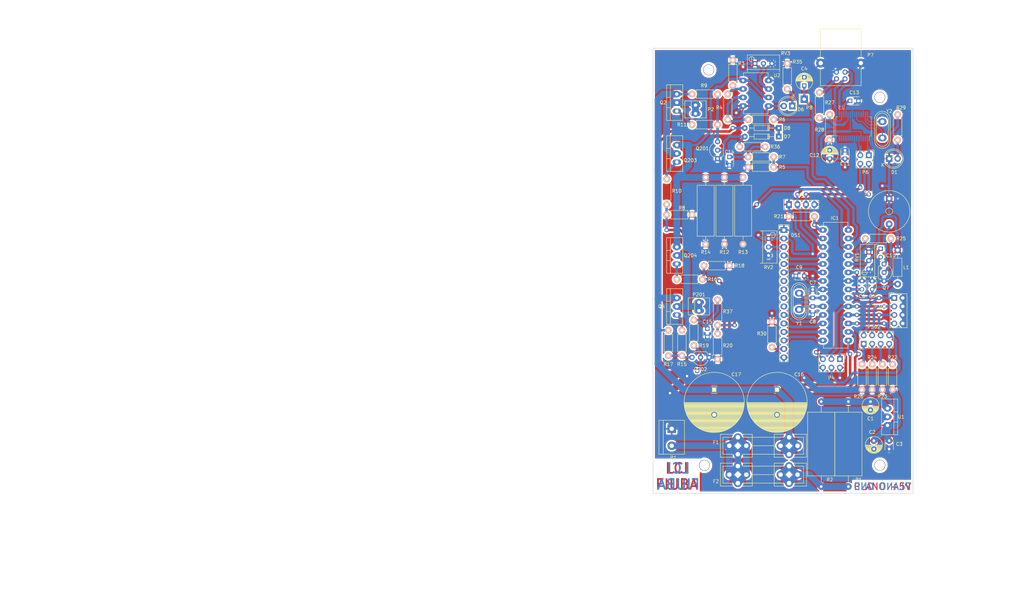
<source format=kicad_pcb>
(kicad_pcb (version 4) (host pcbnew 4.0.4+e1-6308~48~ubuntu16.04.1-stable)
  (layers (0 F.Cu signal) (31 B.Cu signal) (34 B.Paste user) (35 F.Paste user) (36 B.SilkS user) (37 F.SilkS user) (38 B.Mask user) (39 F.Mask user) (44 Edge.Cuts user))
  (net 0 "")
  (net 1 +24V)
  (net 2 GND)
  (net 3 +5V)
  (net 4 "Net-(R3-Pad2)")
  (net 5 "Net-(C10-Pad1)")
  (net 6 "Net-(C1-Pad1)")
  (net 7 /Circuito_pulsos/SENS_CORRIENTE)
  (net 8 "Net-(C5-Pad2)")
  (net 9 "Net-(C6-Pad2)")
  (net 10 "Net-(C7-Pad1)")
  (net 11 "Net-(C8-Pad1)")
  (net 12 "Net-(C13-Pad1)")
  (net 13 "Net-(C14-Pad1)")
  (net 14 "Net-(C15-Pad1)")
  (net 15 "Net-(D1-Pad2)")
  (net 16 "Net-(D6-Pad1)")
  (net 17 "Net-(D6-Pad2)")
  (net 18 /Circuito_pulsos/Limitador_corriente_1)
  (net 19 /Circuito_pulsos/Limitador_corriente_2)
  (net 20 "Net-(DS1-Pad3)")
  (net 21 /Logica/LCD_RS)
  (net 22 /Logica/LCD_RW)
  (net 23 /Logica/LCD_E)
  (net 24 "Net-(DS1-Pad7)")
  (net 25 "Net-(DS1-Pad8)")
  (net 26 "Net-(DS1-Pad9)")
  (net 27 "Net-(DS1-Pad10)")
  (net 28 /Logica/LCD_D4)
  (net 29 /Logica/LCD_D5)
  (net 30 /Logica/LCD_D6)
  (net 31 /Logica/LCD_D7)
  (net 32 "Net-(DS1-Pad15)")
  (net 33 "Net-(F1-Pad1)")
  (net 34 "Net-(F2-Pad2)")
  (net 35 /Logica/RST)
  (net 36 /Logica/RXD_AVR)
  (net 37 /Logica/TXD_AVR)
  (net 38 /Logica/Pulse1)
  (net 39 /Circuito_pulsos/PWM1)
  (net 40 /Circuito_pulsos/PWM2)
  (net 41 /Logica/Bot4)
  (net 42 /Logica/Bot3)
  (net 43 /Logica/Bot2)
  (net 44 /Logica/Buzzer)
  (net 45 /Logica/Pulse2)
  (net 46 /Logica/Bot1)
  (net 47 "Net-(P2-Pad1)")
  (net 48 /Logica/TXD_FT232)
  (net 49 /Logica/RXD_FT232)
  (net 50 /Logica/sheet58087D8D/D-)
  (net 51 "Net-(P7-Pad1)")
  (net 52 /Logica/sheet58087D8D/D+)
  (net 53 "Net-(Q2-Pad1)")
  (net 54 "Net-(Q4-Pad1)")
  (net 55 "Net-(Q7-Pad2)")
  (net 56 "Net-(Q7-Pad1)")
  (net 57 "Net-(R4-Pad1)")
  (net 58 /Circuito_pulsos/Corr_sens)
  (net 59 /Logica/sheet58087D8D/Reset)
  (net 60 /Logica/sheet58087D8D/LED_UART)
  (net 61 "Net-(RV3-Pad2)")
  (net 62 "Net-(U3-Pad2)")
  (net 63 "Net-(U3-Pad3)")
  (net 64 "Net-(U3-Pad6)")
  (net 65 "Net-(U3-Pad9)")
  (net 66 "Net-(U3-Pad10)")
  (net 67 "Net-(U3-Pad11)")
  (net 68 "Net-(U3-Pad12)")
  (net 69 "Net-(U3-Pad13)")
  (net 70 "Net-(U3-Pad14)")
  (net 71 "Net-(U3-Pad22)")
  (net 72 "Net-(U3-Pad27)")
  (net 73 "Net-(U3-Pad28)")
  (net 74 "Net-(P201-Pad1)")
  (net 75 "Net-(Q201-Pad3)")
  (net 76 "Net-(Q202-Pad3)")
  (net 77 "Net-(Q203-Pad1)")
  (net 78 "Net-(Q204-Pad1)")
  (net 79 "Net-(P302-Pad1)")
  (net 80 "Net-(P302-Pad3)")
  (net 81 "Net-(P302-Pad5)")
  (net 82 "Net-(P302-Pad7)")
  (net 83 "Net-(U3-Pad8)")
  (net 84 "Net-(U3-Pad24)")
  (module Resistors_ThroughHole:Resistor_Horizontal_RM7mm (layer F.Cu) (at 227.076 49.784)
    (fp_text reference R36 (at 10.668 0) (layer F.SilkS))
    (fp_text value 100)
    (pad 1 thru_hole circle (at 0 0) (size 1.99898 1.99898) (drill 1.00076) (layers *.Cu *.SilkS *.Mask) (net 18 /Circuito_pulsos/Limitador_corriente_1))
    (pad 2 thru_hole circle (at 7.62 0) (size 1.99898 1.99898) (drill 1.00076) (layers *.Cu *.SilkS *.Mask) (net 13 "Net-(C14-Pad1)"))
  )
  (module Capacitors_ThroughHole:C_Disc_D3_P2.5 (layer F.Cu) (at 224.028 52.832 270)
    (fp_text reference C14 (at -1.524 0 360) (layer F.SilkS))
    (fp_text value C)
    (pad 1 thru_hole rect (at 0 0 270) (size 1.3 1.3) (drill 0.8) (layers *.Cu *.Mask) (net 13 "Net-(C14-Pad1)"))
    (pad 2 thru_hole circle (at 2.5 0 270) (size 1.3 1.3) (drill 0.8001) (layers *.Cu *.Mask) (net 2 GND))
  )
  (module Resistors_ThroughHole:Resistor_Horizontal_RM7mm (layer F.Cu) (at 220.472 34.036 180)
    (fp_text reference R9 (at 4.064 2.54 180) (layer F.SilkS))
    (fp_text value 10k)
    (pad 1 thru_hole circle (at 0 0 180) (size 1.99898 1.99898) (drill 1.00076) (layers *.Cu *.SilkS *.Mask) (net 75 "Net-(Q201-Pad3)"))
    (pad 2 thru_hole circle (at 7.62 0 180) (size 1.99898 1.99898) (drill 1.00076) (layers *.Cu *.SilkS *.Mask) (net 1 +24V))
  )
  (module Housings_SSOP:SSOP-28_5.3x10.2mm_Pitch0.65mm (layer B.Cu) (at 261.112 43.688 90)
    (fp_text reference U3 (at 5.588 -3.556 180) (layer B.SilkS) (effects (justify mirror)))
    (fp_text value FT232RL)
    (pad 1 smd rect (at -3.6 4.225 90) (size 1.75 0.45) (layers B.Cu B.Paste B.Mask) (net 48 /Logica/TXD_FT232))
    (pad 2 smd rect (at -3.6 3.575 90) (size 1.75 0.45) (layers B.Cu B.Paste B.Mask) (net 62 "Net-(U3-Pad2)"))
    (pad 3 smd rect (at -3.6 2.925 90) (size 1.75 0.45) (layers B.Cu B.Paste B.Mask) (net 63 "Net-(U3-Pad3)"))
    (pad 4 smd rect (at -3.6 2.275 90) (size 1.75 0.45) (layers B.Cu B.Paste B.Mask) (net 3 +5V))
    (pad 5 smd rect (at -3.6 1.625 90) (size 1.75 0.45) (layers B.Cu B.Paste B.Mask) (net 49 /Logica/RXD_FT232))
    (pad 6 smd rect (at -3.6 0.975 90) (size 1.75 0.45) (layers B.Cu B.Paste B.Mask) (net 64 "Net-(U3-Pad6)"))
    (pad 7 smd rect (at -3.6 0.325 90) (size 1.75 0.45) (layers B.Cu B.Paste B.Mask) (net 2 GND))
    (pad 8 smd rect (at -3.6 -0.325 90) (size 1.75 0.45) (layers B.Cu B.Paste B.Mask) (net 83 "Net-(U3-Pad8)"))
    (pad 9 smd rect (at -3.6 -0.975 90) (size 1.75 0.45) (layers B.Cu B.Paste B.Mask) (net 65 "Net-(U3-Pad9)"))
    (pad 10 smd rect (at -3.6 -1.625 90) (size 1.75 0.45) (layers B.Cu B.Paste B.Mask) (net 66 "Net-(U3-Pad10)"))
    (pad 11 smd rect (at -3.6 -2.275 90) (size 1.75 0.45) (layers B.Cu B.Paste B.Mask) (net 67 "Net-(U3-Pad11)"))
    (pad 12 smd rect (at -3.6 -2.925 90) (size 1.75 0.45) (layers B.Cu B.Paste B.Mask) (net 68 "Net-(U3-Pad12)"))
    (pad 13 smd rect (at -3.6 -3.575 90) (size 1.75 0.45) (layers B.Cu B.Paste B.Mask) (net 69 "Net-(U3-Pad13)"))
    (pad 14 smd rect (at -3.6 -4.225 90) (size 1.75 0.45) (layers B.Cu B.Paste B.Mask) (net 70 "Net-(U3-Pad14)"))
    (pad 15 smd rect (at 3.6 -4.225 90) (size 1.75 0.45) (layers B.Cu B.Paste B.Mask) (net 52 /Logica/sheet58087D8D/D+))
    (pad 16 smd rect (at 3.6 -3.575 90) (size 1.75 0.45) (layers B.Cu B.Paste B.Mask) (net 50 /Logica/sheet58087D8D/D-))
    (pad 17 smd rect (at 3.6 -2.925 90) (size 1.75 0.45) (layers B.Cu B.Paste B.Mask) (net 12 "Net-(C13-Pad1)"))
    (pad 18 smd rect (at 3.6 -2.275 90) (size 1.75 0.45) (layers B.Cu B.Paste B.Mask) (net 2 GND))
    (pad 19 smd rect (at 3.6 -1.625 90) (size 1.75 0.45) (layers B.Cu B.Paste B.Mask) (net 59 /Logica/sheet58087D8D/Reset))
    (pad 20 smd rect (at 3.6 -0.975 90) (size 1.75 0.45) (layers B.Cu B.Paste B.Mask) (net 3 +5V))
    (pad 21 smd rect (at 3.6 -0.325 90) (size 1.75 0.45) (layers B.Cu B.Paste B.Mask) (net 2 GND))
    (pad 22 smd rect (at 3.6 0.325 90) (size 1.75 0.45) (layers B.Cu B.Paste B.Mask) (net 71 "Net-(U3-Pad22)"))
    (pad 23 smd rect (at 3.6 0.975 90) (size 1.75 0.45) (layers B.Cu B.Paste B.Mask) (net 60 /Logica/sheet58087D8D/LED_UART))
    (pad 24 smd rect (at 3.6 1.625 90) (size 1.75 0.45) (layers B.Cu B.Paste B.Mask) (net 84 "Net-(U3-Pad24)"))
    (pad 25 smd rect (at 3.6 2.275 90) (size 1.75 0.45) (layers B.Cu B.Paste B.Mask) (net 2 GND))
    (pad 26 smd rect (at 3.6 2.925 90) (size 1.75 0.45) (layers B.Cu B.Paste B.Mask) (net 2 GND))
    (pad 27 smd rect (at 3.6 3.575 90) (size 1.75 0.45) (layers B.Cu B.Paste B.Mask) (net 72 "Net-(U3-Pad27)"))
    (pad 28 smd rect (at 3.6 4.225 90) (size 1.75 0.45) (layers B.Cu B.Paste B.Mask) (net 73 "Net-(U3-Pad28)"))
  )
  (module LEDs:LED-5MM (layer F.Cu) (at 271.78 53.34)
    (fp_text reference D1 (at 1.524 4.064) (layer F.SilkS))
    (fp_text value LED)
    (fp_text user K (at -1.905 1.905) (layer F.SilkS))
    (pad 1 thru_hole rect (at 0 0 90) (size 2 1.9) (drill 1.00076) (layers *.Cu *.Mask) (net 3 +5V))
    (pad 2 thru_hole circle (at 2.54 0) (size 1.9 1.9) (drill 1.00076) (layers *.Cu *.Mask) (net 15 "Net-(D1-Pad2)"))
  )
  (module Potentiometers:Potentiometer_Bourns_3296W_3-8Zoll_Inline_ScrewUp (layer F.Cu) (at 235.712 77.216 180)
    (fp_text reference RV2 (at 0 -8.636 180) (layer F.SilkS))
    (fp_text value 10k)
    (pad 2 thru_hole circle (at 0 -2.54 180) (size 1.524 1.524) (drill 0.8128) (layers *.Cu *.Mask) (net 20 "Net-(DS1-Pad3)"))
    (pad 3 thru_hole circle (at 0 -5.08 180) (size 1.524 1.524) (drill 0.8128) (layers *.Cu *.Mask) (net 2 GND))
    (pad 1 thru_hole circle (at 0 0 180) (size 1.524 1.524) (drill 0.8128) (layers *.Cu *.Mask) (net 3 +5V))
  )
  (module Resistors_ThroughHole:Resistor_Horizontal_RM20mm (layer F.Cu) (at 222.504 58.928 270)
    (fp_text reference R12 (at 22.352 0 360) (layer F.SilkS))
    (fp_text value 0.1)
    (pad 1 thru_hole circle (at 0 0 270) (size 1.99898 1.99898) (drill 1.00076) (layers *.Cu *.SilkS *.Mask) (net 58 /Circuito_pulsos/Corr_sens))
    (pad 2 thru_hole circle (at 20 0 270) (size 1.99898 1.99898) (drill 1.00076) (layers *.Cu *.SilkS *.Mask) (net 2 GND))
  )
  (module Capacitors_ThroughHole:C_Radial_D5_L11_P2.5 (layer F.Cu) (at 266.192 125.984 270)
    (fp_text reference C1 (at 5.08 0 360) (layer F.SilkS))
    (fp_text value "100uF 50v")
    (pad 1 thru_hole rect (at 0 0 270) (size 1.3 1.3) (drill 0.8) (layers *.Cu *.Mask) (net 6 "Net-(C1-Pad1)"))
    (pad 2 thru_hole circle (at 2.5 0 270) (size 1.3 1.3) (drill 0.8) (layers *.Cu *.Mask) (net 2 GND))
  )
  (module Capacitors_ThroughHole:C_Radial_D5_L11_P2.5 (layer F.Cu) (at 267.208 137.668 270)
    (fp_text reference C2 (at -2.54 0.508 360) (layer F.SilkS))
    (fp_text value "100uF 50v")
    (pad 1 thru_hole rect (at 0 0 270) (size 1.3 1.3) (drill 0.8) (layers *.Cu *.Mask) (net 3 +5V))
    (pad 2 thru_hole circle (at 2.5 0 270) (size 1.3 1.3) (drill 0.8) (layers *.Cu *.Mask) (net 2 GND))
  )
  (module Capacitors_ThroughHole:C_Disc_D3_P2.5 (layer F.Cu) (at 271.78 137.668 270)
    (fp_text reference C3 (at 1.016 -3.048 360) (layer F.SilkS))
    (fp_text value 100n)
    (pad 1 thru_hole rect (at 0 0 270) (size 1.3 1.3) (drill 0.8) (layers *.Cu *.Mask) (net 3 +5V))
    (pad 2 thru_hole circle (at 2.5 0 270) (size 1.3 1.3) (drill 0.8001) (layers *.Cu *.Mask) (net 2 GND))
  )
  (module Capacitors_ThroughHole:C_Radial_D5_L11_P2.5 (layer F.Cu) (at 246.38 31.496 90)
    (fp_text reference C4 (at 5.08 0 180) (layer F.SilkS))
    (fp_text value 10uF)
    (pad 1 thru_hole rect (at 0 0 90) (size 1.3 1.3) (drill 0.8) (layers *.Cu *.Mask) (net 7 /Circuito_pulsos/SENS_CORRIENTE))
    (pad 2 thru_hole circle (at 2.5 0 90) (size 1.3 1.3) (drill 0.8) (layers *.Cu *.Mask) (net 2 GND))
  )
  (module Capacitors_ThroughHole:C_Radial_D5_L11_P2.5 (layer F.Cu) (at 254 53.34 90)
    (fp_text reference C12 (at 1.016 -4.572 180) (layer F.SilkS))
    (fp_text value 10uF)
    (pad 1 thru_hole rect (at 0 0 90) (size 1.3 1.3) (drill 0.8) (layers *.Cu *.Mask) (net 3 +5V))
    (pad 2 thru_hole circle (at 2.5 0 90) (size 1.3 1.3) (drill 0.8) (layers *.Cu *.Mask) (net 2 GND))
  )
  (module Capacitors_ThroughHole:C_Disc_D3_P2.5 (layer F.Cu) (at 217.424 104.14 270)
    (fp_text reference C15 (at -2.032 0 360) (layer F.SilkS))
    (fp_text value C)
    (pad 1 thru_hole rect (at 0 0 270) (size 1.3 1.3) (drill 0.8) (layers *.Cu *.Mask) (net 14 "Net-(C15-Pad1)"))
    (pad 2 thru_hole circle (at 2.5 0 270) (size 1.3 1.3) (drill 0.8001) (layers *.Cu *.Mask) (net 2 GND))
  )
  (module Capacitors_ThroughHole:C_Radial_D18_L36_P7.5 (layer F.Cu) (at 238.252 122.428 270)
    (fp_text reference C16 (at -4.572 -6.604 360) (layer F.SilkS))
    (fp_text value 2200uFx35V)
    (pad 1 thru_hole rect (at 0 0 270) (size 1.3 1.3) (drill 0.8) (layers *.Cu *.Mask F.SilkS) (net 1 +24V))
    (pad 2 thru_hole circle (at 7.5 0 270) (size 1.3 1.3) (drill 0.8) (layers *.Cu *.Mask F.SilkS) (net 2 GND))
  )
  (module LEDs:LED-5MM (layer F.Cu) (at 242.824 37.592 180)
    (fp_text reference D6 (at -2.54 -1.016 180) (layer F.SilkS))
    (fp_text value LED)
    (fp_text user K (at -0.508 3.048 180) (layer F.SilkS))
    (pad 1 thru_hole rect (at 0 0 270) (size 2 1.9) (drill 1.00076) (layers *.Cu *.Mask) (net 16 "Net-(D6-Pad1)"))
    (pad 2 thru_hole circle (at 2.54 0 180) (size 1.9 1.9) (drill 1.00076) (layers *.Cu *.Mask) (net 17 "Net-(D6-Pad2)"))
  )
  (module Diodes_ThroughHole:Diode_DO-35_SOD27_Horizontal_RM10 (layer F.Cu) (at 238.76 46.736 180)
    (fp_text reference D7 (at -2.54 0 180) (layer F.SilkS))
    (fp_text value 1N4148)
    (pad 2 thru_hole circle (at 10.16052 -0.00254) (size 1.69926 1.69926) (drill 0.70104) (layers *.Cu *.Mask) (net 18 /Circuito_pulsos/Limitador_corriente_1))
    (pad 1 thru_hole rect (at 0.00052 -0.00254) (size 1.69926 1.69926) (drill 0.70104) (layers *.Cu *.Mask) (net 17 "Net-(D6-Pad2)"))
  )
  (module Diodes_ThroughHole:Diode_DO-35_SOD27_Horizontal_RM10 (layer F.Cu) (at 238.76 44.196 180)
    (fp_text reference D8 (at -2.54 0 180) (layer F.SilkS))
    (fp_text value 1N4148)
    (pad 2 thru_hole circle (at 10.16052 -0.00254) (size 1.69926 1.69926) (drill 0.70104) (layers *.Cu *.Mask) (net 19 /Circuito_pulsos/Limitador_corriente_2))
    (pad 1 thru_hole rect (at 0.00052 -0.00254) (size 1.69926 1.69926) (drill 0.70104) (layers *.Cu *.Mask) (net 17 "Net-(D6-Pad2)"))
  )
  (module Pin_Headers:Pin_Header_Straight_1x16 (layer F.Cu) (at 240.284 74.676)
    (fp_text reference DS1 (at 3.556 1.524) (layer F.SilkS))
    (fp_text value LCD16X2)
    (pad 1 thru_hole rect (at 0 0) (size 2.032 1.7272) (drill 1.016) (layers *.Cu *.Mask) (net 2 GND))
    (pad 2 thru_hole oval (at 0 2.54) (size 2.032 1.7272) (drill 1.016) (layers *.Cu *.Mask) (net 3 +5V))
    (pad 3 thru_hole oval (at 0 5.08) (size 2.032 1.7272) (drill 1.016) (layers *.Cu *.Mask) (net 20 "Net-(DS1-Pad3)"))
    (pad 4 thru_hole oval (at 0 7.62) (size 2.032 1.7272) (drill 1.016) (layers *.Cu *.Mask) (net 21 /Logica/LCD_RS))
    (pad 5 thru_hole oval (at 0 10.16) (size 2.032 1.7272) (drill 1.016) (layers *.Cu *.Mask) (net 22 /Logica/LCD_RW))
    (pad 6 thru_hole oval (at 0 12.7) (size 2.032 1.7272) (drill 1.016) (layers *.Cu *.Mask) (net 23 /Logica/LCD_E))
    (pad 7 thru_hole oval (at 0 15.24) (size 2.032 1.7272) (drill 1.016) (layers *.Cu *.Mask) (net 24 "Net-(DS1-Pad7)"))
    (pad 8 thru_hole oval (at 0 17.78) (size 2.032 1.7272) (drill 1.016) (layers *.Cu *.Mask) (net 25 "Net-(DS1-Pad8)"))
    (pad 9 thru_hole oval (at 0 20.32) (size 2.032 1.7272) (drill 1.016) (layers *.Cu *.Mask) (net 26 "Net-(DS1-Pad9)"))
    (pad 10 thru_hole oval (at 0 22.86) (size 2.032 1.7272) (drill 1.016) (layers *.Cu *.Mask) (net 27 "Net-(DS1-Pad10)"))
    (pad 11 thru_hole oval (at 0 25.4) (size 2.032 1.7272) (drill 1.016) (layers *.Cu *.Mask) (net 28 /Logica/LCD_D4))
    (pad 12 thru_hole oval (at 0 27.94) (size 2.032 1.7272) (drill 1.016) (layers *.Cu *.Mask) (net 29 /Logica/LCD_D5))
    (pad 13 thru_hole oval (at 0 30.48) (size 2.032 1.7272) (drill 1.016) (layers *.Cu *.Mask) (net 30 /Logica/LCD_D6))
    (pad 14 thru_hole oval (at 0 33.02) (size 2.032 1.7272) (drill 1.016) (layers *.Cu *.Mask) (net 31 /Logica/LCD_D7))
    (pad 15 thru_hole oval (at 0 35.56) (size 2.032 1.7272) (drill 1.016) (layers *.Cu *.Mask) (net 32 "Net-(DS1-Pad15)"))
    (pad 16 thru_hole oval (at 0 38.1) (size 2.032 1.7272) (drill 1.016) (layers *.Cu *.Mask) (net 2 GND))
  )
  (module Fuse_Holders_and_Fuses:Fuseholder5x20_horiz_open_universal_Type-III (layer F.Cu) (at 234.188 139.192)
    (fp_text reference F1 (at -14.224 -1.016) (layer F.SilkS))
    (fp_text value FUSE)
    (pad 2 thru_hole circle (at 5.12064 0) (size 2.3495 2.3495) (drill 1.34874) (layers *.Cu *.Mask) (net 1 +24V))
    (pad 2 thru_hole circle (at 10.20064 0) (size 2.3495 2.3495) (drill 1.34874) (layers *.Cu *.Mask) (net 1 +24V))
    (pad 1 thru_hole circle (at -5.1181 0) (size 2.3495 2.3495) (drill 1.34874) (layers *.Cu *.Mask) (net 33 "Net-(F1-Pad1)"))
    (pad 1 thru_hole circle (at -10.1981 0) (size 2.3495 2.3495) (drill 1.34874) (layers *.Cu *.Mask) (net 33 "Net-(F1-Pad1)"))
    (pad 2 thru_hole circle (at 7.66064 -2.54) (size 2.3495 2.3495) (drill 1.34874) (layers *.Cu *.Mask) (net 1 +24V))
    (pad 2 thru_hole circle (at 7.66064 2.54) (size 2.3495 2.3495) (drill 1.34874) (layers *.Cu *.Mask) (net 1 +24V))
    (pad 1 thru_hole circle (at -7.6581 -2.54) (size 2.3495 2.3495) (drill 1.34874) (layers *.Cu *.Mask) (net 33 "Net-(F1-Pad1)"))
    (pad 1 thru_hole circle (at -7.6581 2.54) (size 2.3495 2.3495) (drill 1.34874) (layers *.Cu *.Mask) (net 33 "Net-(F1-Pad1)"))
  )
  (module Fuse_Holders_and_Fuses:Fuseholder5x20_horiz_open_universal_Type-III (layer F.Cu) (at 234.188 147.828)
    (fp_text reference F2 (at -14.224 2.032) (layer F.SilkS))
    (fp_text value FUSE)
    (pad 2 thru_hole circle (at 5.12064 0) (size 2.3495 2.3495) (drill 1.34874) (layers *.Cu *.Mask) (net 34 "Net-(F2-Pad2)"))
    (pad 2 thru_hole circle (at 10.20064 0) (size 2.3495 2.3495) (drill 1.34874) (layers *.Cu *.Mask) (net 34 "Net-(F2-Pad2)"))
    (pad 1 thru_hole circle (at -5.1181 0) (size 2.3495 2.3495) (drill 1.34874) (layers *.Cu *.Mask) (net 33 "Net-(F1-Pad1)"))
    (pad 1 thru_hole circle (at -10.1981 0) (size 2.3495 2.3495) (drill 1.34874) (layers *.Cu *.Mask) (net 33 "Net-(F1-Pad1)"))
    (pad 2 thru_hole circle (at 7.66064 -2.54) (size 2.3495 2.3495) (drill 1.34874) (layers *.Cu *.Mask) (net 34 "Net-(F2-Pad2)"))
    (pad 2 thru_hole circle (at 7.66064 2.54) (size 2.3495 2.3495) (drill 1.34874) (layers *.Cu *.Mask) (net 34 "Net-(F2-Pad2)"))
    (pad 1 thru_hole circle (at -7.6581 -2.54) (size 2.3495 2.3495) (drill 1.34874) (layers *.Cu *.Mask) (net 33 "Net-(F1-Pad1)"))
    (pad 1 thru_hole circle (at -7.6581 2.54) (size 2.3495 2.3495) (drill 1.34874) (layers *.Cu *.Mask) (net 33 "Net-(F1-Pad1)"))
  )
  (module Housings_DIP:DIP-28_W7.62mm_LongPads (layer F.Cu) (at 251.968 74.676)
    (fp_text reference IC1 (at 3.556 -3.556) (layer F.SilkS))
    (fp_text value ATMEGA8-P)
    (pad 1 thru_hole oval (at 0 0) (size 2.3 1.6) (drill 0.8) (layers *.Cu *.Mask) (net 35 /Logica/RST))
    (pad 2 thru_hole oval (at 0 2.54) (size 2.3 1.6) (drill 0.8) (layers *.Cu *.Mask) (net 36 /Logica/RXD_AVR))
    (pad 3 thru_hole oval (at 0 5.08) (size 2.3 1.6) (drill 0.8) (layers *.Cu *.Mask) (net 37 /Logica/TXD_AVR))
    (pad 4 thru_hole oval (at 0 7.62) (size 2.3 1.6) (drill 0.8) (layers *.Cu *.Mask) (net 21 /Logica/LCD_RS))
    (pad 5 thru_hole oval (at 0 10.16) (size 2.3 1.6) (drill 0.8) (layers *.Cu *.Mask) (net 22 /Logica/LCD_RW))
    (pad 6 thru_hole oval (at 0 12.7) (size 2.3 1.6) (drill 0.8) (layers *.Cu *.Mask) (net 23 /Logica/LCD_E))
    (pad 7 thru_hole oval (at 0 15.24) (size 2.3 1.6) (drill 0.8) (layers *.Cu *.Mask) (net 3 +5V))
    (pad 8 thru_hole oval (at 0 17.78) (size 2.3 1.6) (drill 0.8) (layers *.Cu *.Mask) (net 2 GND))
    (pad 9 thru_hole oval (at 0 20.32) (size 2.3 1.6) (drill 0.8) (layers *.Cu *.Mask) (net 10 "Net-(C7-Pad1)"))
    (pad 10 thru_hole oval (at 0 22.86) (size 2.3 1.6) (drill 0.8) (layers *.Cu *.Mask) (net 11 "Net-(C8-Pad1)"))
    (pad 11 thru_hole oval (at 0 25.4) (size 2.3 1.6) (drill 0.8) (layers *.Cu *.Mask) (net 28 /Logica/LCD_D4))
    (pad 12 thru_hole oval (at 0 27.94) (size 2.3 1.6) (drill 0.8) (layers *.Cu *.Mask) (net 29 /Logica/LCD_D5))
    (pad 13 thru_hole oval (at 0 30.48) (size 2.3 1.6) (drill 0.8) (layers *.Cu *.Mask) (net 30 /Logica/LCD_D6))
    (pad 14 thru_hole oval (at 0 33.02) (size 2.3 1.6) (drill 0.8) (layers *.Cu *.Mask) (net 31 /Logica/LCD_D7))
    (pad 15 thru_hole oval (at 7.62 33.02) (size 2.3 1.6) (drill 0.8) (layers *.Cu *.Mask) (net 39 /Circuito_pulsos/PWM1))
    (pad 16 thru_hole oval (at 7.62 30.48) (size 2.3 1.6) (drill 0.8) (layers *.Cu *.Mask) (net 40 /Circuito_pulsos/PWM2))
    (pad 17 thru_hole oval (at 7.62 27.94) (size 2.3 1.6) (drill 0.8) (layers *.Cu *.Mask) (net 41 /Logica/Bot4))
    (pad 18 thru_hole oval (at 7.62 25.4) (size 2.3 1.6) (drill 0.8) (layers *.Cu *.Mask) (net 42 /Logica/Bot3))
    (pad 19 thru_hole oval (at 7.62 22.86) (size 2.3 1.6) (drill 0.8) (layers *.Cu *.Mask) (net 43 /Logica/Bot2))
    (pad 20 thru_hole oval (at 7.62 20.32) (size 2.3 1.6) (drill 0.8) (layers *.Cu *.Mask) (net 8 "Net-(C5-Pad2)"))
    (pad 21 thru_hole oval (at 7.62 17.78) (size 2.3 1.6) (drill 0.8) (layers *.Cu *.Mask) (net 9 "Net-(C6-Pad2)"))
    (pad 22 thru_hole oval (at 7.62 15.24) (size 2.3 1.6) (drill 0.8) (layers *.Cu *.Mask) (net 2 GND))
    (pad 23 thru_hole oval (at 7.62 12.7) (size 2.3 1.6) (drill 0.8) (layers *.Cu *.Mask) (net 46 /Logica/Bot1))
    (pad 24 thru_hole oval (at 7.62 10.16) (size 2.3 1.6) (drill 0.8) (layers *.Cu *.Mask) (net 5 "Net-(C10-Pad1)"))
    (pad 25 thru_hole oval (at 7.62 7.62) (size 2.3 1.6) (drill 0.8) (layers *.Cu *.Mask) (net 44 /Logica/Buzzer))
    (pad 26 thru_hole oval (at 7.62 5.08) (size 2.3 1.6) (drill 0.8) (layers *.Cu *.Mask) (net 45 /Logica/Pulse2))
    (pad 27 thru_hole oval (at 7.62 2.54) (size 2.3 1.6) (drill 0.8) (layers *.Cu *.Mask) (net 7 /Circuito_pulsos/SENS_CORRIENTE))
    (pad 28 thru_hole oval (at 7.62 0) (size 2.3 1.6) (drill 0.8) (layers *.Cu *.Mask) (net 38 /Logica/Pulse1))
  )
  (module Choke_Axial_ThroughHole:Choke_Horizontal_RM10mm (layer F.Cu) (at 274.32 85.852 90)
    (fp_text reference L1 (at 0 2.54 180) (layer F.SilkS))
    (fp_text value INDUCTOR)
    (pad 1 thru_hole circle (at -5.00126 0 90) (size 1.99898 1.99898) (drill 1.00076) (layers *.Cu *.Mask) (net 8 "Net-(C5-Pad2)"))
    (pad 2 thru_hole circle (at 5.15874 0 90) (size 1.99898 1.99898) (drill 1.00076) (layers *.Cu *.Mask) (net 3 +5V))
  )
  (module Connect:bornier2 (layer F.Cu) (at 206.756 136.652 270)
    (fp_text reference P1 (at 6.096 -0.508 360) (layer F.SilkS))
    (fp_text value Entrada_alimentacion)
    (pad 1 thru_hole rect (at -2.54 0 270) (size 2.54 2.54) (drill 1.3) (layers *.Cu *.Mask) (net 2 GND))
    (pad 2 thru_hole circle (at 2.54 0 270) (size 2.54 2.54) (drill 1.3) (layers *.Cu *.Mask) (net 33 "Net-(F1-Pad1)"))
  )
  (module Pin_Headers:Pin_Header_Straight_2x03 (layer F.Cu) (at 257.048 113.284 270)
    (fp_text reference P4 (at 5.588 2.54 360) (layer F.SilkS))
    (fp_text value Conector_Prog)
    (pad 1 thru_hole rect (at 0 0 270) (size 1.7272 1.7272) (drill 1.016) (layers *.Cu *.Mask) (net 42 /Logica/Bot3))
    (pad 2 thru_hole oval (at 2.54 0 270) (size 1.7272 1.7272) (drill 1.016) (layers *.Cu *.Mask) (net 3 +5V))
    (pad 3 thru_hole oval (at 0 2.54 270) (size 1.7272 1.7272) (drill 1.016) (layers *.Cu *.Mask) (net 43 /Logica/Bot2))
    (pad 4 thru_hole oval (at 2.54 2.54 270) (size 1.7272 1.7272) (drill 1.016) (layers *.Cu *.Mask) (net 41 /Logica/Bot4))
    (pad 5 thru_hole oval (at 0 5.08 270) (size 1.7272 1.7272) (drill 1.016) (layers *.Cu *.Mask) (net 35 /Logica/RST))
    (pad 6 thru_hole oval (at 2.54 5.08 270) (size 1.7272 1.7272) (drill 1.016) (layers *.Cu *.Mask) (net 2 GND))
  )
  (module Pin_Headers:Pin_Header_Straight_1x04 (layer F.Cu) (at 241.808 67.056 90)
    (fp_text reference P5 (at 2.54 3.556 180) (layer F.SilkS))
    (fp_text value Conector_Serial)
    (pad 1 thru_hole rect (at 0 0 90) (size 2.032 1.7272) (drill 1.016) (layers *.Cu *.Mask) (net 3 +5V))
    (pad 2 thru_hole oval (at 0 2.54 90) (size 2.032 1.7272) (drill 1.016) (layers *.Cu *.Mask) (net 37 /Logica/TXD_AVR))
    (pad 3 thru_hole oval (at 0 5.08 90) (size 2.032 1.7272) (drill 1.016) (layers *.Cu *.Mask) (net 36 /Logica/RXD_AVR))
    (pad 4 thru_hole oval (at 0 7.62 90) (size 2.032 1.7272) (drill 1.016) (layers *.Cu *.Mask) (net 2 GND))
  )
  (module Pin_Headers:Pin_Header_Straight_2x02 (layer F.Cu) (at 265.684 52.324 270)
    (fp_text reference P6 (at 5.08 1.016 360) (layer F.SilkS))
    (fp_text value CONN_02X02)
    (pad 1 thru_hole rect (at 0 0 270) (size 1.7272 1.7272) (drill 1.016) (layers *.Cu *.Mask) (net 48 /Logica/TXD_FT232))
    (pad 2 thru_hole oval (at 2.54 0 270) (size 1.7272 1.7272) (drill 1.016) (layers *.Cu *.Mask) (net 36 /Logica/RXD_AVR))
    (pad 3 thru_hole oval (at 0 2.54 270) (size 1.7272 1.7272) (drill 1.016) (layers *.Cu *.Mask) (net 49 /Logica/RXD_FT232))
    (pad 4 thru_hole oval (at 2.54 2.54 270) (size 1.7272 1.7272) (drill 1.016) (layers *.Cu *.Mask) (net 37 /Logica/TXD_AVR))
  )
  (module Connect:USB_B (layer F.Cu) (at 256.032 29.464 90)
    (fp_text reference P7 (at 7.112 10.16 180) (layer F.SilkS))
    (fp_text value USB_B)
    (pad 2 thru_hole circle (at 0 2.54) (size 1.524 1.524) (drill 0.8128) (layers *.Cu *.Mask) (net 50 /Logica/sheet58087D8D/D-))
    (pad 1 thru_hole circle (at 0 0) (size 1.524 1.524) (drill 0.8128) (layers *.Cu *.Mask) (net 51 "Net-(P7-Pad1)"))
    (pad 4 thru_hole circle (at 1.99898 0) (size 1.524 1.524) (drill 0.8128) (layers *.Cu *.Mask) (net 2 GND))
    (pad 3 thru_hole circle (at 1.99898 2.54) (size 1.524 1.524) (drill 0.8128) (layers *.Cu *.Mask) (net 52 /Logica/sheet58087D8D/D+))
    (pad 5 thru_hole circle (at 4.699 7.26948) (size 2.70002 2.70002) (drill 1.3) (layers *.Cu *.Mask) (net 2 GND))
    (pad 5 thru_hole circle (at 4.699 -4.72948) (size 2.70002 2.70002) (drill 1.3) (layers *.Cu *.Mask) (net 2 GND))
  )
  (module Pin_Headers:Pin_Header_Straight_1x01 (layer F.Cu) (at 246.38 35.56 90)
    (fp_text reference P8 (at -2.54 1.524 180) (layer F.SilkS))
    (fp_text value CONN_01X01)
    (pad 1 thru_hole rect (at 0 0 90) (size 2.2352 2.2352) (drill 1.016) (layers *.Cu *.Mask) (net 7 /Circuito_pulsos/SENS_CORRIENTE))
  )
  (module Pin_Headers:Pin_Header_Straight_2x04 (layer F.Cu) (at 273.304 94.996)
    (fp_text reference P301 (at -4.064 2.54) (layer F.SilkS))
    (fp_text value Botones)
    (pad 1 thru_hole rect (at 0 0) (size 1.7272 1.7272) (drill 1.016) (layers *.Cu *.Mask) (net 46 /Logica/Bot1))
    (pad 2 thru_hole oval (at 2.54 0) (size 1.7272 1.7272) (drill 1.016) (layers *.Cu *.Mask) (net 2 GND))
    (pad 3 thru_hole oval (at 0 2.54) (size 1.7272 1.7272) (drill 1.016) (layers *.Cu *.Mask) (net 43 /Logica/Bot2))
    (pad 4 thru_hole oval (at 2.54 2.54) (size 1.7272 1.7272) (drill 1.016) (layers *.Cu *.Mask) (net 2 GND))
    (pad 5 thru_hole oval (at 0 5.08) (size 1.7272 1.7272) (drill 1.016) (layers *.Cu *.Mask) (net 42 /Logica/Bot3))
    (pad 6 thru_hole oval (at 2.54 5.08) (size 1.7272 1.7272) (drill 1.016) (layers *.Cu *.Mask) (net 2 GND))
    (pad 7 thru_hole oval (at 0 7.62) (size 1.7272 1.7272) (drill 1.016) (layers *.Cu *.Mask) (net 41 /Logica/Bot4))
    (pad 8 thru_hole oval (at 2.54 7.62) (size 1.7272 1.7272) (drill 1.016) (layers *.Cu *.Mask) (net 2 GND))
  )
  (module TO_SOT_Packages_THT:TO-220_Neutral123_Vertical (layer F.Cu) (at 208.28 36.576 90)
    (fp_text reference Q2 (at 0 -4.064 180) (layer F.SilkS))
    (fp_text value TIP127)
    (pad 2 thru_hole oval (at 0 0 180) (size 2.49936 1.50114) (drill 1.00076) (layers *.Cu *.Mask) (net 47 "Net-(P2-Pad1)"))
    (pad 1 thru_hole oval (at -2.54 0 180) (size 2.49936 1.50114) (drill 1.00076) (layers *.Cu *.Mask) (net 53 "Net-(Q2-Pad1)"))
    (pad 3 thru_hole oval (at 2.54 0 180) (size 2.49936 1.50114) (drill 1.00076) (layers *.Cu *.Mask) (net 1 +24V))
  )
  (module TO_SOT_Packages_THT:TO-220_Neutral123_Vertical (layer F.Cu) (at 208.28 97.536 90)
    (fp_text reference Q4 (at 0 -4.572 180) (layer F.SilkS))
    (fp_text value TIP127)
    (pad 2 thru_hole oval (at 0 0 180) (size 2.49936 1.50114) (drill 1.00076) (layers *.Cu *.Mask) (net 74 "Net-(P201-Pad1)"))
    (pad 1 thru_hole oval (at -2.54 0 180) (size 2.49936 1.50114) (drill 1.00076) (layers *.Cu *.Mask) (net 54 "Net-(Q4-Pad1)"))
    (pad 3 thru_hole oval (at 2.54 0 180) (size 2.49936 1.50114) (drill 1.00076) (layers *.Cu *.Mask) (net 1 +24V))
  )
  (module TO_SOT_Packages_THT:TO-92_Inline_Wide (layer F.Cu) (at 220.472 53.34 90)
    (fp_text reference Q201 (at 3.048 -4.572 360) (layer F.SilkS))
    (fp_text value 2N2222)
    (pad 2 thru_hole circle (at 2.54 0 180) (size 1.524 1.524) (drill 0.8) (layers *.Cu *.Mask) (net 18 /Circuito_pulsos/Limitador_corriente_1))
    (pad 3 thru_hole circle (at 5.08 0 180) (size 1.524 1.524) (drill 0.8) (layers *.Cu *.Mask) (net 75 "Net-(Q201-Pad3)"))
    (pad 1 thru_hole circle (at 0 0 180) (size 1.524 1.524) (drill 0.8) (layers *.Cu *.Mask) (net 2 GND))
  )
  (module TO_SOT_Packages_THT:TO-92_Inline_Wide (layer F.Cu) (at 217.932 112.776 180)
    (fp_text reference Q202 (at 2.54 -3.556 360) (layer F.SilkS))
    (fp_text value 2N2222)
    (pad 2 thru_hole circle (at 2.54 0 270) (size 1.524 1.524) (drill 0.8) (layers *.Cu *.Mask) (net 19 /Circuito_pulsos/Limitador_corriente_2))
    (pad 3 thru_hole circle (at 5.08 0 270) (size 1.524 1.524) (drill 0.8) (layers *.Cu *.Mask) (net 76 "Net-(Q202-Pad3)"))
    (pad 1 thru_hole circle (at 0 0 270) (size 1.524 1.524) (drill 0.8) (layers *.Cu *.Mask) (net 2 GND))
  )
  (module TO_SOT_Packages_THT:TO-220_Neutral123_Vertical (layer F.Cu) (at 208.28 51.816 90)
    (fp_text reference Q203 (at -2.032 4.064 180) (layer F.SilkS))
    (fp_text value IRFZ46N)
    (pad 2 thru_hole oval (at 0 0 180) (size 2.49936 1.50114) (drill 1.00076) (layers *.Cu *.Mask) (net 47 "Net-(P2-Pad1)"))
    (pad 1 thru_hole oval (at -2.54 0 180) (size 2.49936 1.50114) (drill 1.00076) (layers *.Cu *.Mask) (net 77 "Net-(Q203-Pad1)"))
    (pad 3 thru_hole oval (at 2.54 0 180) (size 2.49936 1.50114) (drill 1.00076) (layers *.Cu *.Mask) (net 58 /Circuito_pulsos/Corr_sens))
  )
  (module TO_SOT_Packages_THT:TO-220_Neutral123_Vertical (layer F.Cu) (at 208.28 82.296 90)
    (fp_text reference Q204 (at 0 4.064 180) (layer F.SilkS))
    (fp_text value IRFZ46N)
    (pad 2 thru_hole oval (at 0 0 180) (size 2.49936 1.50114) (drill 1.00076) (layers *.Cu *.Mask) (net 74 "Net-(P201-Pad1)"))
    (pad 1 thru_hole oval (at -2.54 0 180) (size 2.49936 1.50114) (drill 1.00076) (layers *.Cu *.Mask) (net 78 "Net-(Q204-Pad1)"))
    (pad 3 thru_hole oval (at 2.54 0 180) (size 2.49936 1.50114) (drill 1.00076) (layers *.Cu *.Mask) (net 58 /Circuito_pulsos/Corr_sens))
  )
  (module Resistors_ThroughHole:Resistor_Horizontal_RM7mm (layer F.Cu) (at 225.044 23.876 270)
    (fp_text reference R3 (at 1.016 -2.54 360) (layer F.SilkS))
    (fp_text value 1k)
    (pad 1 thru_hole circle (at 0 0 270) (size 1.99898 1.99898) (drill 1.00076) (layers *.Cu *.SilkS *.Mask) (net 2 GND))
    (pad 2 thru_hole circle (at 7.62 0 270) (size 1.99898 1.99898) (drill 1.00076) (layers *.Cu *.SilkS *.Mask) (net 4 "Net-(R3-Pad2)"))
  )
  (module Resistors_ThroughHole:Resistor_Horizontal_RM7mm (layer F.Cu) (at 223.52 41.656 90)
    (fp_text reference R4 (at 3.556 -2.54 180) (layer F.SilkS))
    (fp_text value 10k)
    (pad 1 thru_hole circle (at 0 0 90) (size 1.99898 1.99898) (drill 1.00076) (layers *.Cu *.SilkS *.Mask) (net 57 "Net-(R4-Pad1)"))
    (pad 2 thru_hole circle (at 7.62 0 90) (size 1.99898 1.99898) (drill 1.00076) (layers *.Cu *.SilkS *.Mask) (net 4 "Net-(R3-Pad2)"))
  )
  (module Resistors_ThroughHole:Resistor_Horizontal_RM7mm (layer F.Cu) (at 229.616 55.88)
    (fp_text reference R5 (at 10.16 0) (layer F.SilkS))
    (fp_text value 10k)
    (pad 1 thru_hole circle (at 0 0) (size 1.99898 1.99898) (drill 1.00076) (layers *.Cu *.SilkS *.Mask) (net 2 GND))
    (pad 2 thru_hole circle (at 7.62 0) (size 1.99898 1.99898) (drill 1.00076) (layers *.Cu *.SilkS *.Mask) (net 38 /Logica/Pulse1))
  )
  (module Resistors_ThroughHole:Resistor_Horizontal_RM7mm (layer F.Cu) (at 237.236 41.656 180)
    (fp_text reference R6 (at -2.54 0 180) (layer F.SilkS))
    (fp_text value 1k)
    (pad 1 thru_hole circle (at 0 0 180) (size 1.99898 1.99898) (drill 1.00076) (layers *.Cu *.SilkS *.Mask) (net 7 /Circuito_pulsos/SENS_CORRIENTE))
    (pad 2 thru_hole circle (at 7.62 0 180) (size 1.99898 1.99898) (drill 1.00076) (layers *.Cu *.SilkS *.Mask) (net 57 "Net-(R4-Pad1)"))
  )
  (module Resistors_ThroughHole:Resistor_Horizontal_RM7mm (layer F.Cu) (at 229.616 52.832)
    (fp_text reference R7 (at 10.16 0) (layer F.SilkS))
    (fp_text value 330)
    (pad 1 thru_hole circle (at 0 0) (size 1.99898 1.99898) (drill 1.00076) (layers *.Cu *.SilkS *.Mask) (net 13 "Net-(C14-Pad1)"))
    (pad 2 thru_hole circle (at 7.62 0) (size 1.99898 1.99898) (drill 1.00076) (layers *.Cu *.SilkS *.Mask) (net 38 /Logica/Pulse1))
  )
  (module Resistors_ThroughHole:Resistor_Horizontal_RM7mm (layer F.Cu) (at 205.232 70.104)
    (fp_text reference R8 (at 4.572 -2.032) (layer F.SilkS))
    (fp_text value 10k)
    (pad 1 thru_hole circle (at 0 0) (size 1.99898 1.99898) (drill 1.00076) (layers *.Cu *.SilkS *.Mask) (net 39 /Circuito_pulsos/PWM1))
    (pad 2 thru_hole circle (at 7.62 0) (size 1.99898 1.99898) (drill 1.00076) (layers *.Cu *.SilkS *.Mask) (net 2 GND))
  )
  (module Resistors_ThroughHole:Resistor_Horizontal_RM7mm (layer F.Cu) (at 205.232 59.436 270)
    (fp_text reference R10 (at 3.556 -3.048 360) (layer F.SilkS))
    (fp_text value 470)
    (pad 1 thru_hole circle (at 0 0 270) (size 1.99898 1.99898) (drill 1.00076) (layers *.Cu *.SilkS *.Mask) (net 77 "Net-(Q203-Pad1)"))
    (pad 2 thru_hole circle (at 7.62 0 270) (size 1.99898 1.99898) (drill 1.00076) (layers *.Cu *.SilkS *.Mask) (net 39 /Circuito_pulsos/PWM1))
  )
  (module Resistors_ThroughHole:Resistor_Horizontal_RM7mm (layer F.Cu) (at 220.472 43.18 180)
    (fp_text reference R11 (at 10.668 0 180) (layer F.SilkS))
    (fp_text value 470)
    (pad 1 thru_hole circle (at 0 0 180) (size 1.99898 1.99898) (drill 1.00076) (layers *.Cu *.SilkS *.Mask) (net 75 "Net-(Q201-Pad3)"))
    (pad 2 thru_hole circle (at 7.62 0 180) (size 1.99898 1.99898) (drill 1.00076) (layers *.Cu *.SilkS *.Mask) (net 53 "Net-(Q2-Pad1)"))
  )
  (module Resistors_ThroughHole:Resistor_Horizontal_RM20mm (layer F.Cu) (at 228.092 58.928 270)
    (fp_text reference R13 (at 22.352 0 360) (layer F.SilkS))
    (fp_text value 0.1)
    (pad 1 thru_hole circle (at 0 0 270) (size 1.99898 1.99898) (drill 1.00076) (layers *.Cu *.SilkS *.Mask) (net 58 /Circuito_pulsos/Corr_sens))
    (pad 2 thru_hole circle (at 20 0 270) (size 1.99898 1.99898) (drill 1.00076) (layers *.Cu *.SilkS *.Mask) (net 2 GND))
  )
  (module Resistors_ThroughHole:Resistor_Horizontal_RM20mm (layer F.Cu) (at 216.916 58.928 270)
    (fp_text reference R14 (at 22.352 0 360) (layer F.SilkS))
    (fp_text value 0.1)
    (pad 1 thru_hole circle (at 0 0 270) (size 1.99898 1.99898) (drill 1.00076) (layers *.Cu *.SilkS *.Mask) (net 58 /Circuito_pulsos/Corr_sens))
    (pad 2 thru_hole circle (at 20 0 270) (size 1.99898 1.99898) (drill 1.00076) (layers *.Cu *.SilkS *.Mask) (net 2 GND))
  )
  (module Resistors_ThroughHole:Resistor_Horizontal_RM7mm (layer F.Cu) (at 209.804 112.268 90)
    (fp_text reference R15 (at -2.54 0 180) (layer F.SilkS))
    (fp_text value 470)
    (pad 1 thru_hole circle (at 0 0 90) (size 1.99898 1.99898) (drill 1.00076) (layers *.Cu *.SilkS *.Mask) (net 76 "Net-(Q202-Pad3)"))
    (pad 2 thru_hole circle (at 7.62 0 90) (size 1.99898 1.99898) (drill 1.00076) (layers *.Cu *.SilkS *.Mask) (net 54 "Net-(Q4-Pad1)"))
  )
  (module Resistors_ThroughHole:Resistor_Horizontal_RM7mm (layer F.Cu) (at 208.28 89.408)
    (fp_text reference R16 (at 10.668 0) (layer F.SilkS))
    (fp_text value 470)
    (pad 1 thru_hole circle (at 0 0) (size 1.99898 1.99898) (drill 1.00076) (layers *.Cu *.SilkS *.Mask) (net 78 "Net-(Q204-Pad1)"))
    (pad 2 thru_hole circle (at 7.62 0) (size 1.99898 1.99898) (drill 1.00076) (layers *.Cu *.SilkS *.Mask) (net 40 /Circuito_pulsos/PWM2))
  )
  (module Resistors_ThroughHole:Resistor_Horizontal_RM7mm (layer F.Cu) (at 205.74 112.268 90)
    (fp_text reference R17 (at -2.54 0 180) (layer F.SilkS))
    (fp_text value 10k)
    (pad 1 thru_hole circle (at 0 0 90) (size 1.99898 1.99898) (drill 1.00076) (layers *.Cu *.SilkS *.Mask) (net 76 "Net-(Q202-Pad3)"))
    (pad 2 thru_hole circle (at 7.62 0 90) (size 1.99898 1.99898) (drill 1.00076) (layers *.Cu *.SilkS *.Mask) (net 1 +24V))
  )
  (module Resistors_ThroughHole:Resistor_Horizontal_RM7mm (layer F.Cu) (at 216.408 85.344)
    (fp_text reference R18 (at 10.668 0) (layer F.SilkS))
    (fp_text value 10k)
    (pad 1 thru_hole circle (at 0 0) (size 1.99898 1.99898) (drill 1.00076) (layers *.Cu *.SilkS *.Mask) (net 40 /Circuito_pulsos/PWM2))
    (pad 2 thru_hole circle (at 7.62 0) (size 1.99898 1.99898) (drill 1.00076) (layers *.Cu *.SilkS *.Mask) (net 2 GND))
  )
  (module Resistors_ThroughHole:Resistor_Horizontal_RM7mm (layer F.Cu) (at 213.36 109.22 90)
    (fp_text reference R19 (at 0 3.048 180) (layer F.SilkS))
    (fp_text value 100)
    (pad 1 thru_hole circle (at 0 0 90) (size 1.99898 1.99898) (drill 1.00076) (layers *.Cu *.SilkS *.Mask) (net 19 /Circuito_pulsos/Limitador_corriente_2))
    (pad 2 thru_hole circle (at 7.62 0 90) (size 1.99898 1.99898) (drill 1.00076) (layers *.Cu *.SilkS *.Mask) (net 14 "Net-(C15-Pad1)"))
  )
  (module Resistors_ThroughHole:Resistor_Horizontal_RM7mm (layer F.Cu) (at 220.472 113.284 90)
    (fp_text reference R20 (at 4.064 3.048 180) (layer F.SilkS))
    (fp_text value 10k)
    (pad 1 thru_hole circle (at 0 0 90) (size 1.99898 1.99898) (drill 1.00076) (layers *.Cu *.SilkS *.Mask) (net 2 GND))
    (pad 2 thru_hole circle (at 7.62 0 90) (size 1.99898 1.99898) (drill 1.00076) (layers *.Cu *.SilkS *.Mask) (net 45 /Logica/Pulse2))
  )
  (module Resistors_ThroughHole:Resistor_Horizontal_RM7mm (layer F.Cu) (at 241.808 70.612)
    (fp_text reference R21 (at -3.048 0) (layer F.SilkS))
    (fp_text value 10k)
    (pad 1 thru_hole circle (at 0 0) (size 1.99898 1.99898) (drill 1.00076) (layers *.Cu *.SilkS *.Mask) (net 3 +5V))
    (pad 2 thru_hole circle (at 7.62 0) (size 1.99898 1.99898) (drill 1.00076) (layers *.Cu *.SilkS *.Mask) (net 35 /Logica/RST))
  )
  (module Resistors_ThroughHole:Resistor_Horizontal_RM7mm (layer F.Cu) (at 272.796 122.428 90)
    (fp_text reference R22 (at 9.652 0 180) (layer F.SilkS))
    (fp_text value 10k)
    (pad 1 thru_hole circle (at 0 0 90) (size 1.99898 1.99898) (drill 1.00076) (layers *.Cu *.SilkS *.Mask) (net 3 +5V))
    (pad 2 thru_hole circle (at 7.62 0 90) (size 1.99898 1.99898) (drill 1.00076) (layers *.Cu *.SilkS *.Mask) (net 82 "Net-(P302-Pad7)"))
  )
  (module Resistors_ThroughHole:Resistor_Horizontal_RM7mm (layer F.Cu) (at 269.748 122.428 90)
    (fp_text reference R23 (at -2.032 0 180) (layer F.SilkS))
    (fp_text value 10k)
    (pad 1 thru_hole circle (at 0 0 90) (size 1.99898 1.99898) (drill 1.00076) (layers *.Cu *.SilkS *.Mask) (net 3 +5V))
    (pad 2 thru_hole circle (at 7.62 0 90) (size 1.99898 1.99898) (drill 1.00076) (layers *.Cu *.SilkS *.Mask) (net 81 "Net-(P302-Pad5)"))
  )
  (module Resistors_ThroughHole:Resistor_Horizontal_RM7mm (layer F.Cu) (at 266.7 122.428 90)
    (fp_text reference R24 (at 9.652 0 180) (layer F.SilkS))
    (fp_text value 10k)
    (pad 1 thru_hole circle (at 0 0 90) (size 1.99898 1.99898) (drill 1.00076) (layers *.Cu *.SilkS *.Mask) (net 3 +5V))
    (pad 2 thru_hole circle (at 7.62 0 90) (size 1.99898 1.99898) (drill 1.00076) (layers *.Cu *.SilkS *.Mask) (net 80 "Net-(P302-Pad3)"))
  )
  (module Resistors_ThroughHole:Resistor_Horizontal_RM7mm (layer F.Cu) (at 272.288 77.216 180)
    (fp_text reference R25 (at -3.048 0 180) (layer F.SilkS))
    (fp_text value 1k)
    (pad 1 thru_hole circle (at 0 0 180) (size 1.99898 1.99898) (drill 1.00076) (layers *.Cu *.SilkS *.Mask) (net 55 "Net-(Q7-Pad2)"))
    (pad 2 thru_hole circle (at 7.62 0 180) (size 1.99898 1.99898) (drill 1.00076) (layers *.Cu *.SilkS *.Mask) (net 44 /Logica/Buzzer))
  )
  (module Resistors_ThroughHole:Resistor_Horizontal_RM7mm (layer F.Cu) (at 263.652 122.428 90)
    (fp_text reference R26 (at -2.032 -1.016 180) (layer F.SilkS))
    (fp_text value 10k)
    (pad 1 thru_hole circle (at 0 0 90) (size 1.99898 1.99898) (drill 1.00076) (layers *.Cu *.SilkS *.Mask) (net 3 +5V))
    (pad 2 thru_hole circle (at 7.62 0 90) (size 1.99898 1.99898) (drill 1.00076) (layers *.Cu *.SilkS *.Mask) (net 79 "Net-(P302-Pad1)"))
  )
  (module Resistors_ThroughHole:Resistor_Horizontal_RM7mm (layer F.Cu) (at 250.952 33.528 270)
    (fp_text reference R27 (at 3.048 -3.048 360) (layer F.SilkS))
    (fp_text value 4.7k)
    (pad 1 thru_hole circle (at 0 0 270) (size 1.99898 1.99898) (drill 1.00076) (layers *.Cu *.SilkS *.Mask) (net 51 "Net-(P7-Pad1)"))
    (pad 2 thru_hole circle (at 7.62 0 270) (size 1.99898 1.99898) (drill 1.00076) (layers *.Cu *.SilkS *.Mask) (net 59 /Logica/sheet58087D8D/Reset))
  )
  (module Resistors_ThroughHole:Resistor_Horizontal_RM7mm (layer F.Cu) (at 254 40.132 270)
    (fp_text reference R28 (at 4.572 3.048 360) (layer F.SilkS))
    (fp_text value 10k)
    (pad 1 thru_hole circle (at 0 0 270) (size 1.99898 1.99898) (drill 1.00076) (layers *.Cu *.SilkS *.Mask) (net 59 /Logica/sheet58087D8D/Reset))
    (pad 2 thru_hole circle (at 7.62 0 270) (size 1.99898 1.99898) (drill 1.00076) (layers *.Cu *.SilkS *.Mask) (net 2 GND))
  )
  (module Resistors_ThroughHole:Resistor_Horizontal_RM7mm (layer F.Cu) (at 274.32 47.752 90)
    (fp_text reference R29 (at 9.652 1.016 180) (layer F.SilkS))
    (fp_text value 270)
    (pad 1 thru_hole circle (at 0 0 90) (size 1.99898 1.99898) (drill 1.00076) (layers *.Cu *.SilkS *.Mask) (net 15 "Net-(D1-Pad2)"))
    (pad 2 thru_hole circle (at 7.62 0 90) (size 1.99898 1.99898) (drill 1.00076) (layers *.Cu *.SilkS *.Mask) (net 60 /Logica/sheet58087D8D/LED_UART))
  )
  (module Resistors_ThroughHole:Resistor_Horizontal_RM7mm (layer F.Cu) (at 236.728 102.108 270)
    (fp_text reference R30 (at 3.556 3.048 360) (layer F.SilkS))
    (fp_text value 330)
    (pad 1 thru_hole circle (at 0 0 270) (size 1.99898 1.99898) (drill 1.00076) (layers *.Cu *.SilkS *.Mask) (net 3 +5V))
    (pad 2 thru_hole circle (at 7.62 0 270) (size 1.99898 1.99898) (drill 1.00076) (layers *.Cu *.SilkS *.Mask) (net 32 "Net-(DS1-Pad15)"))
  )
  (module Resistors_ThroughHole:Resistor_Horizontal_RM7mm (layer F.Cu) (at 241.3 24.892 270)
    (fp_text reference R35 (at -0.508 -3.048 360) (layer F.SilkS))
    (fp_text value 470)
    (pad 1 thru_hole circle (at 0 0 270) (size 1.99898 1.99898) (drill 1.00076) (layers *.Cu *.SilkS *.Mask) (net 2 GND))
    (pad 2 thru_hole circle (at 7.62 0 270) (size 1.99898 1.99898) (drill 1.00076) (layers *.Cu *.SilkS *.Mask) (net 16 "Net-(D6-Pad1)"))
  )
  (module Resistors_ThroughHole:Resistor_Horizontal_RM7mm (layer F.Cu) (at 220.472 95.504 270)
    (fp_text reference R37 (at 3.556 -3.048 360) (layer F.SilkS))
    (fp_text value 330)
    (pad 1 thru_hole circle (at 0 0 270) (size 1.99898 1.99898) (drill 1.00076) (layers *.Cu *.SilkS *.Mask) (net 14 "Net-(C15-Pad1)"))
    (pad 2 thru_hole circle (at 7.62 0 270) (size 1.99898 1.99898) (drill 1.00076) (layers *.Cu *.SilkS *.Mask) (net 45 /Logica/Pulse2))
  )
  (module Potentiometers:Potentiometer_Bourns_3296W_3-8Zoll_Inline_ScrewUp (layer F.Cu) (at 265.684 86.36)
    (fp_text reference RV1 (at -3.556 -3.556 90) (layer F.SilkS))
    (fp_text value POT)
    (pad 2 thru_hole circle (at 0 -2.54) (size 1.524 1.524) (drill 0.8128) (layers *.Cu *.Mask) (net 5 "Net-(C10-Pad1)"))
    (pad 3 thru_hole circle (at 0 -5.08) (size 1.524 1.524) (drill 0.8128) (layers *.Cu *.Mask) (net 3 +5V))
    (pad 1 thru_hole circle (at 0 0) (size 1.524 1.524) (drill 0.8128) (layers *.Cu *.Mask) (net 2 GND))
  )
  (module Potentiometers:Potentiometer_Bourns_3296W_3-8Zoll_Inline_ScrewUp (layer F.Cu) (at 231.648 24.892 270)
    (fp_text reference RV3 (at -3.048 -9.144 360) (layer F.SilkS))
    (fp_text value 10k)
    (pad 2 thru_hole circle (at 0 -2.54 270) (size 1.524 1.524) (drill 0.8128) (layers *.Cu *.Mask) (net 61 "Net-(RV3-Pad2)"))
    (pad 3 thru_hole circle (at 0 -5.08 270) (size 1.524 1.524) (drill 0.8128) (layers *.Cu *.Mask) (net 2 GND))
    (pad 1 thru_hole circle (at 0 0 270) (size 1.524 1.524) (drill 0.8128) (layers *.Cu *.Mask) (net 3 +5V))
  )
  (module Buzzers_Beepers:Buzzer_12x9.5RM7.6 (layer F.Cu) (at 271.78 69.088 270)
    (fp_text reference SP1 (at -5.588 6.096 360) (layer F.SilkS))
    (fp_text value BUZZER)
    (fp_text user + (at -3.81 -2.54 270) (layer F.SilkS))
    (pad 1 thru_hole circle (at -3.79984 0 270) (size 2 2) (drill 1.00076) (layers *.Cu *.Mask) (net 3 +5V))
    (pad 2 thru_hole circle (at 3.79984 0 270) (size 2 2) (drill 1.00076) (layers *.Cu *.Mask) (net 56 "Net-(Q7-Pad1)"))
  )
  (module Housings_DIP:DIP-8_W7.62mm_LongPads (layer F.Cu) (at 235.712 37.592 180)
    (fp_text reference U2 (at -2.54 9.144 180) (layer F.SilkS))
    (fp_text value LM358)
    (pad 1 thru_hole oval (at 0 0 180) (size 2.3 1.6) (drill 0.8) (layers *.Cu *.Mask) (net 17 "Net-(D6-Pad2)"))
    (pad 2 thru_hole oval (at 0 2.54 180) (size 2.3 1.6) (drill 0.8) (layers *.Cu *.Mask) (net 58 /Circuito_pulsos/Corr_sens))
    (pad 3 thru_hole oval (at 0 5.08 180) (size 2.3 1.6) (drill 0.8) (layers *.Cu *.Mask) (net 61 "Net-(RV3-Pad2)"))
    (pad 4 thru_hole oval (at 0 7.62 180) (size 2.3 1.6) (drill 0.8) (layers *.Cu *.Mask) (net 2 GND))
    (pad 5 thru_hole oval (at 7.62 7.62 180) (size 2.3 1.6) (drill 0.8) (layers *.Cu *.Mask) (net 58 /Circuito_pulsos/Corr_sens))
    (pad 6 thru_hole oval (at 7.62 5.08 180) (size 2.3 1.6) (drill 0.8) (layers *.Cu *.Mask) (net 4 "Net-(R3-Pad2)"))
    (pad 7 thru_hole oval (at 7.62 2.54 180) (size 2.3 1.6) (drill 0.8) (layers *.Cu *.Mask) (net 57 "Net-(R4-Pad1)"))
    (pad 8 thru_hole oval (at 7.62 0 180) (size 2.3 1.6) (drill 0.8) (layers *.Cu *.Mask) (net 3 +5V))
  )
  (module Crystals:Crystal_HC50-U_Vertical (layer F.Cu) (at 244.856 96.012 270)
    (fp_text reference Y1 (at 6.604 0 360) (layer F.SilkS))
    (fp_text value 8MHz)
    (pad 1 thru_hole oval (at -2.44094 0 270) (size 1.99898 2.49936) (drill 1.19888) (layers *.Cu *.Mask) (net 10 "Net-(C7-Pad1)"))
    (pad 2 thru_hole oval (at 2.44094 0 270) (size 1.99898 2.49936) (drill 1.19888) (layers *.Cu *.Mask) (net 11 "Net-(C8-Pad1)"))
  )
  (module Crystals:Crystal_HC50-U_Vertical (layer F.Cu) (at 269.748 44.704 90)
    (fp_text reference Y2 (at 5.588 2.032 180) (layer F.SilkS))
    (fp_text value "Cristal 12MHz")
    (pad 1 thru_hole oval (at -2.44094 0 90) (size 1.99898 2.49936) (drill 1.19888) (layers *.Cu *.Mask) (net 72 "Net-(U3-Pad27)"))
    (pad 2 thru_hole oval (at 2.44094 0 90) (size 1.99898 2.49936) (drill 1.19888) (layers *.Cu *.Mask) (net 73 "Net-(U3-Pad28)"))
  )
  (module TO_SOT_Packages_THT:TO-220_Neutral123_Vertical (layer F.Cu) (at 271.272 130.556 270)
    (fp_text reference U1 (at 0 -4.064 360) (layer F.SilkS))
    (fp_text value LM7805)
    (pad 2 thru_hole oval (at 0 0) (size 2.49936 1.50114) (drill 1.00076) (layers *.Cu *.Mask) (net 2 GND))
    (pad 1 thru_hole oval (at -2.54 0) (size 2.49936 1.50114) (drill 1.00076) (layers *.Cu *.Mask) (net 6 "Net-(C1-Pad1)"))
    (pad 3 thru_hole oval (at 2.54 0) (size 2.49936 1.50114) (drill 1.00076) (layers *.Cu *.Mask) (net 3 +5V))
  )
  (module Resistors_ThroughHole:Resistor_Ceramic_Horizontal_L19mm-W8mm-H8mm-p25mm (layer F.Cu) (at 259.588 138.684 270)
    (fp_text reference R1 (at 10.668 -3.048 360) (layer F.SilkS))
    (fp_text value 10)
    (pad 1 thru_hole circle (at -12.7 0 90) (size 1.6 1.6) (drill 0.8) (layers *.Cu *.Mask) (net 6 "Net-(C1-Pad1)"))
    (pad 2 thru_hole circle (at 12.7 0 90) (size 1.6 1.6) (drill 0.8) (layers *.Cu *.Mask) (net 34 "Net-(F2-Pad2)"))
  )
  (module Resistors_ThroughHole:Resistor_Ceramic_Horizontal_L19mm-W8mm-H8mm-p25mm (layer F.Cu) (at 251.46 138.684 270)
    (fp_text reference R2 (at 10.668 -2.54 360) (layer F.SilkS))
    (fp_text value 10)
    (pad 1 thru_hole circle (at -12.7 0 90) (size 1.6 1.6) (drill 0.8) (layers *.Cu *.Mask) (net 6 "Net-(C1-Pad1)"))
    (pad 2 thru_hole circle (at 12.7 0 90) (size 1.6 1.6) (drill 0.8) (layers *.Cu *.Mask) (net 34 "Net-(F2-Pad2)"))
  )
  (module Capacitors_ThroughHole:C_Radial_D18_L36_P7.5 (layer F.Cu) (at 219.456 122.428 270)
    (fp_text reference C17 (at -4.572 -6.604 360) (layer F.SilkS))
    (fp_text value 2200uFx35V)
    (pad 1 thru_hole rect (at 0 0 270) (size 1.3 1.3) (drill 0.8) (layers *.Cu *.Mask F.SilkS) (net 1 +24V))
    (pad 2 thru_hole circle (at 7.5 0 270) (size 1.3 1.3) (drill 0.8) (layers *.Cu *.Mask F.SilkS) (net 2 GND))
  )
  (module Capacitors_ThroughHole:C_Disc_D3_P2.5 (layer F.Cu) (at 248.92 94.996 90)
    (fp_text reference C7 (at 4.572 0 180) (layer F.SilkS))
    (fp_text value 22p)
    (pad 1 thru_hole rect (at 0 0 90) (size 1.3 1.3) (drill 0.8) (layers *.Cu *.Mask) (net 10 "Net-(C7-Pad1)"))
    (pad 2 thru_hole circle (at 2.5 0 90) (size 1.3 1.3) (drill 0.8001) (layers *.Cu *.Mask) (net 2 GND))
  )
  (module Capacitors_ThroughHole:C_Disc_D3_P2.5 (layer F.Cu) (at 248.92 97.536 270)
    (fp_text reference C8 (at 4.572 0 360) (layer F.SilkS))
    (fp_text value 22p)
    (pad 1 thru_hole rect (at 0 0 270) (size 1.3 1.3) (drill 0.8) (layers *.Cu *.Mask) (net 11 "Net-(C8-Pad1)"))
    (pad 2 thru_hole circle (at 2.5 0 270) (size 1.3 1.3) (drill 0.8001) (layers *.Cu *.Mask) (net 2 GND))
  )
  (module Capacitors_ThroughHole:C_Disc_D3_P2.5 (layer F.Cu) (at 266.7 89.916 270)
    (fp_text reference C5 (at 4.572 0 360) (layer F.SilkS))
    (fp_text value 100n)
    (pad 1 thru_hole rect (at 0 0 270) (size 1.3 1.3) (drill 0.8) (layers *.Cu *.Mask) (net 2 GND))
    (pad 2 thru_hole circle (at 2.5 0 270) (size 1.3 1.3) (drill 0.8001) (layers *.Cu *.Mask) (net 8 "Net-(C5-Pad2)"))
  )
  (module Capacitors_ThroughHole:C_Disc_D3_P2.5 (layer F.Cu) (at 263.652 89.916 270)
    (fp_text reference C6 (at 4.572 0 360) (layer F.SilkS))
    (fp_text value 100n)
    (pad 1 thru_hole rect (at 0 0 270) (size 1.3 1.3) (drill 0.8) (layers *.Cu *.Mask) (net 2 GND))
    (pad 2 thru_hole circle (at 2.5 0 270) (size 1.3 1.3) (drill 0.8001) (layers *.Cu *.Mask) (net 9 "Net-(C6-Pad2)"))
  )
  (module Capacitors_ThroughHole:C_Disc_D3_P2.5 (layer F.Cu) (at 246.38 88.392 180)
    (fp_text reference C9 (at 1.524 2.54 180) (layer F.SilkS))
    (fp_text value 100n)
    (pad 1 thru_hole rect (at 0 0 180) (size 1.3 1.3) (drill 0.8) (layers *.Cu *.Mask) (net 3 +5V))
    (pad 2 thru_hole circle (at 2.5 0 180) (size 1.3 1.3) (drill 0.8001) (layers *.Cu *.Mask) (net 2 GND))
  )
  (module Capacitors_ThroughHole:C_Disc_D3_P2.5 (layer F.Cu) (at 269.24 80.264 270)
    (fp_text reference C10 (at 2.032 -3.048 360) (layer F.SilkS))
    (fp_text value 100n)
    (pad 1 thru_hole rect (at 0 0 270) (size 1.3 1.3) (drill 0.8) (layers *.Cu *.Mask) (net 5 "Net-(C10-Pad1)"))
    (pad 2 thru_hole circle (at 2.5 0 270) (size 1.3 1.3) (drill 0.8001) (layers *.Cu *.Mask) (net 2 GND))
  )
  (module Capacitors_ThroughHole:C_Disc_D3_P2.5 (layer F.Cu) (at 258.572 53.34 90)
    (fp_text reference C11 (at -1.524 0 180) (layer F.SilkS))
    (fp_text value 100n)
    (pad 1 thru_hole rect (at 0 0 90) (size 1.3 1.3) (drill 0.8) (layers *.Cu *.Mask) (net 3 +5V))
    (pad 2 thru_hole circle (at 2.5 0 90) (size 1.3 1.3) (drill 0.8001) (layers *.Cu *.Mask) (net 2 GND))
  )
  (module Capacitors_ThroughHole:C_Disc_D3_P2.5 (layer F.Cu) (at 260.096 36.068)
    (fp_text reference C13 (at 1.25 -2.5) (layer F.SilkS))
    (fp_text value 100n)
    (pad 1 thru_hole rect (at 0 0) (size 1.3 1.3) (drill 0.8) (layers *.Cu *.Mask) (net 12 "Net-(C13-Pad1)"))
    (pad 2 thru_hole circle (at 2.5 0) (size 1.3 1.3) (drill 0.8001) (layers *.Cu *.Mask) (net 2 GND))
  )
  (module TO_SOT_Packages_THT:TO-92_Inline_Wide (layer F.Cu) (at 270.256 84.836 270)
    (fp_text reference Q7 (at 7.112 -0.508 540) (layer F.SilkS))
    (fp_text value BC548)
    (pad 2 thru_hole circle (at 2.54 0) (size 1.524 1.524) (drill 0.8) (layers *.Cu *.Mask) (net 55 "Net-(Q7-Pad2)"))
    (pad 3 thru_hole circle (at 5.08 0) (size 1.524 1.524) (drill 0.8) (layers *.Cu *.Mask) (net 2 GND))
    (pad 1 thru_hole circle (at 0 0) (size 1.524 1.524) (drill 0.8) (layers *.Cu *.Mask) (net 56 "Net-(Q7-Pad1)"))
  )
  (module Connect:PINHEAD1-2 (layer F.Cu) (at 213.868 38.608 90)
    (fp_text reference P2 (at 0 4.572 360) (layer F.SilkS))
    (fp_text value SALIDA_1)
    (pad 1 thru_hole oval (at -1.27 0 90) (size 1.50622 3.01498) (drill 0.99822) (layers *.Cu *.Mask) (net 47 "Net-(P2-Pad1)"))
    (pad 2 thru_hole oval (at 1.27 0 90) (size 1.50622 3.01498) (drill 0.99822) (layers *.Cu *.Mask) (net 47 "Net-(P2-Pad1)"))
  )
  (module Connect:PINHEAD1-2 (layer F.Cu) (at 214.884 97.536 90)
    (fp_text reference P201 (at 3.556 0 180) (layer F.SilkS))
    (fp_text value SALIDA_2)
    (pad 1 thru_hole oval (at -1.27 0 90) (size 1.50622 3.01498) (drill 0.99822) (layers *.Cu *.Mask) (net 74 "Net-(P201-Pad1)"))
    (pad 2 thru_hole oval (at 1.27 0 90) (size 1.50622 3.01498) (drill 0.99822) (layers *.Cu *.Mask) (net 74 "Net-(P201-Pad1)"))
  )
  (module Pin_Headers:Pin_Header_Straight_2x04 (layer F.Cu) (at 264.16 108.712 90)
    (fp_text reference P302 (at 5.08 3.048 180) (layer F.SilkS))
    (fp_text value Puente_botones)
    (pad 1 thru_hole rect (at 0 0 90) (size 1.7272 1.7272) (drill 1.016) (layers *.Cu *.Mask) (net 79 "Net-(P302-Pad1)"))
    (pad 2 thru_hole oval (at 2.54 0 90) (size 1.7272 1.7272) (drill 1.016) (layers *.Cu *.Mask) (net 46 /Logica/Bot1))
    (pad 3 thru_hole oval (at 0 2.54 90) (size 1.7272 1.7272) (drill 1.016) (layers *.Cu *.Mask) (net 80 "Net-(P302-Pad3)"))
    (pad 4 thru_hole oval (at 2.54 2.54 90) (size 1.7272 1.7272) (drill 1.016) (layers *.Cu *.Mask) (net 43 /Logica/Bot2))
    (pad 5 thru_hole oval (at 0 5.08 90) (size 1.7272 1.7272) (drill 1.016) (layers *.Cu *.Mask) (net 81 "Net-(P302-Pad5)"))
    (pad 6 thru_hole oval (at 2.54 5.08 90) (size 1.7272 1.7272) (drill 1.016) (layers *.Cu *.Mask) (net 42 /Logica/Bot3))
    (pad 7 thru_hole oval (at 0 7.62 90) (size 1.7272 1.7272) (drill 1.016) (layers *.Cu *.Mask) (net 82 "Net-(P302-Pad7)"))
    (pad 8 thru_hole oval (at 2.54 7.62 90) (size 1.7272 1.7272) (drill 1.016) (layers *.Cu *.Mask) (net 41 /Logica/Bot4))
  )
  (module Mounting_Holes:MountingHole_3.2mm_M3 (layer F.Cu) (at 217.805 26.797)
    (fp_text reference P19 hide)
    (fp_text value CONN_01X01)
    (pad "" np_thru_hole circle (at 0 0) (size 3.2 3.2) (drill 3) (layers *.Cu *.Mask))
  )
  (module Mounting_Holes:MountingHole_3.2mm_M3 (layer F.Cu) (at 269 35)
    (fp_text reference P16 hide)
    (fp_text value CONN_01X01)
    (pad "" np_thru_hole circle (at 0 0) (size 3.2 3.2) (drill 3) (layers *.Cu *.Mask))
  )
  (module Mounting_Holes:MountingHole_3.2mm_M3 (layer F.Cu) (at 269 145)
    (fp_text reference P17 hide)
    (fp_text value CONN_01X01)
    (pad "" np_thru_hole circle (at 0 0) (size 3.2 3.2) (drill 3) (layers *.Cu *.Mask))
  )
  (module Mounting_Holes:MountingHole_3.2mm_M3 (layer F.Cu) (at 216.535 145.034)
    (fp_text reference P18 hide)
    (fp_text value CONN_01X01)
    (pad "" np_thru_hole circle (at 0 0) (size 3.2 3.2) (drill 3) (layers *.Cu *.Mask))
  )
  (gr_text "PLANO GND" (at 269.748 151.384) (layer B.Cu) (effects (font (size 2 2) (thickness 0.3)) (justify mirror)))
  (gr_text "PLANO +5V" (at 269.748 151.384) (layer F.Cu) (effects (font (size 2 2) (thickness 0.3))))
  (gr_text "LCI\nFIUBA" (at 208.28 148.336) (layer F.Cu) (effects (font (size 3 3) (thickness 0.5))))
  (gr_text "LCI\nFIUBA" (at 208.788 148.336) (layer B.Cu) (effects (font (size 3 3) (thickness 0.5)) (justify mirror)))
  (gr_line (start 278.892 153.416) (end 211.328 153.416) (angle 90) (layer Edge.Cuts) (width 0.15))
  (gr_line (start 278.892 20.32) (end 278.892 153.416) (angle 90) (layer Edge.Cuts) (width 0.15))
  (gr_line (start 276.86 20.32) (end 278.892 20.32) (angle 90) (layer Edge.Cuts) (width 0.15))
  (gr_line (start 275.336 20.32) (end 276.86 20.32) (angle 90) (layer Edge.Cuts) (width 0.15))
  (gr_line (start 201.168 20.32) (end 275.336 20.32) (angle 90) (layer Edge.Cuts) (width 0.15))
  (gr_line (start 201.168 153.416) (end 201.168 20.32) (angle 90) (layer Edge.Cuts) (width 0.15))
  (gr_line (start 211.328 153.416) (end 201.168 153.416) (angle 90) (layer Edge.Cuts) (width 0.15))
  (segment (start 212.852 34.036) (end 208.28 34.036) (width 0.762) (layer B.Cu) (net 1))
  (segment (start 208.28 94.996) (end 202.692 94.996) (width 2.032) (layer B.Cu) (net 1))
  (segment (start 202.692 94.996) (end 202.692 95.504) (width 2.032) (layer B.Cu) (net 1))
  (segment (start 205.74 104.648) (end 202.692 104.648) (width 0.762) (layer B.Cu) (net 1))
  (segment (start 203.2 105.156) (end 202.692 105.156) (width 0.762) (layer B.Cu) (net 1))
  (segment (start 202.692 104.648) (end 203.2 105.156) (width 0.762) (layer B.Cu) (net 1))
  (segment (start 202.692 91.948) (end 202.692 95.504) (width 2.032) (layer B.Cu) (net 1))
  (segment (start 202.692 95.504) (end 202.692 105.156) (width 2.032) (layer B.Cu) (net 1))
  (segment (start 202.692 105.156) (end 202.692 114.808) (width 2.032) (layer B.Cu) (net 1))
  (segment (start 202.692 114.808) (end 203.708 115.824) (width 2.032) (layer B.Cu) (net 1))
  (segment (start 202.692 56.388) (end 202.692 35.56) (width 2.032) (layer B.Cu) (net 1))
  (segment (start 204.216 34.036) (end 208.28 34.036) (width 2.032) (layer B.Cu) (net 1))
  (segment (start 202.692 35.56) (end 204.216 34.036) (width 2.032) (layer B.Cu) (net 1))
  (segment (start 202.692 56.388) (end 202.692 91.948) (width 2.032) (layer B.Cu) (net 1))
  (segment (start 219.456 122.428) (end 210.312 122.428) (width 2.032) (layer B.Cu) (net 1))
  (segment (start 210.312 122.428) (end 203.708 115.824) (width 2.032) (layer B.Cu) (net 1))
  (segment (start 238.252 122.428) (end 219.456 122.428) (width 2.032) (layer B.Cu) (net 1))
  (segment (start 241.84864 136.652) (end 241.84864 126.02464) (width 2.032) (layer B.Cu) (net 1))
  (segment (start 241.84864 126.02464) (end 238.252 122.428) (width 2.032) (layer B.Cu) (net 1))
  (segment (start 239.30864 139.192) (end 241.84864 141.732) (width 2.032) (layer B.Cu) (net 1))
  (segment (start 241.84864 141.732) (end 244.38864 139.192) (width 2.032) (layer B.Cu) (net 1))
  (segment (start 244.38864 139.192) (end 241.84864 136.652) (width 2.032) (layer B.Cu) (net 1))
  (segment (start 241.84864 136.652) (end 239.30864 139.192) (width 2.032) (layer B.Cu) (net 1))
  (segment (start 239.30864 139.192) (end 241.84864 136.652) (width 2.032) (layer B.Cu) (net 1))
  (segment (start 241.3 24.892) (end 242.276 24.892) (width 0.762) (layer B.Cu) (net 2))
  (segment (start 242.276 24.892) (end 246.38 28.996) (width 0.762) (layer B.Cu) (net 2))
  (segment (start 236.728 24.892) (end 241.3 24.892) (width 0.762) (layer B.Cu) (net 2))
  (segment (start 229.616 55.88) (end 229.108 55.88) (width 0.762) (layer B.Cu) (net 2))
  (segment (start 229.108 55.88) (end 231.14 57.912) (width 0.762) (layer B.Cu) (net 2))
  (segment (start 224.028 55.332) (end 229.068 55.332) (width 0.762) (layer B.Cu) (net 2))
  (segment (start 229.068 55.332) (end 229.616 55.88) (width 0.762) (layer B.Cu) (net 2))
  (segment (start 220.472 53.34) (end 221.996 54.864) (width 0.762) (layer B.Cu) (net 2))
  (segment (start 223.56 54.864) (end 224.028 55.332) (width 0.762) (layer B.Cu) (net 2))
  (segment (start 221.996 54.864) (end 223.56 54.864) (width 0.762) (layer B.Cu) (net 2))
  (segment (start 228.092 78.928) (end 228.092 62.992) (width 2.032) (layer B.Cu) (net 2))
  (segment (start 228.092 62.992) (end 231.14 59.944) (width 2.032) (layer B.Cu) (net 2))
  (segment (start 231.14 59.944) (end 231.14 57.912) (width 2.032) (layer B.Cu) (net 2))
  (segment (start 230.632 22.86) (end 226.06 22.86) (width 0.762) (layer B.Cu) (net 2))
  (segment (start 226.06 22.86) (end 225.044 23.876) (width 0.762) (layer B.Cu) (net 2))
  (segment (start 216.916 78.928) (end 216.916 74.168) (width 0.762) (layer B.Cu) (net 2))
  (segment (start 216.916 74.168) (end 212.852 70.104) (width 0.762) (layer B.Cu) (net 2))
  (segment (start 270.256 89.916) (end 271.272 89.916) (width 0.762) (layer B.Cu) (net 2))
  (segment (start 273.812 87.376) (end 276.86 87.376) (width 0.762) (layer B.Cu) (net 2))
  (segment (start 271.272 89.916) (end 273.812 87.376) (width 0.762) (layer B.Cu) (net 2))
  (segment (start 260.787 40.088) (end 260.787 42.347) (width 0.3048) (layer B.Cu) (net 2))
  (segment (start 260.604 50.88) (end 260.564 50.84) (width 0.3048) (layer B.Cu) (net 2))
  (segment (start 260.604 62.992) (end 260.604 50.88) (width 0.3048) (layer B.Cu) (net 2))
  (segment (start 263.144 65.532) (end 260.604 62.992) (width 0.3048) (layer B.Cu) (net 2))
  (segment (start 267.716 65.532) (end 263.144 65.532) (width 0.3048) (layer B.Cu) (net 2))
  (segment (start 267.716 60.452) (end 267.716 65.532) (width 0.3048) (layer B.Cu) (net 2))
  (segment (start 268.732 59.436) (end 267.716 60.452) (width 0.3048) (layer B.Cu) (net 2))
  (segment (start 268.732 51.308) (end 268.732 59.436) (width 0.3048) (layer B.Cu) (net 2))
  (segment (start 266.7 49.276) (end 268.732 51.308) (width 0.3048) (layer B.Cu) (net 2))
  (segment (start 266.7 45.72) (end 266.7 49.276) (width 0.3048) (layer B.Cu) (net 2))
  (segment (start 266.192 45.212) (end 266.7 45.72) (width 0.3048) (layer B.Cu) (net 2))
  (segment (start 264.668 45.212) (end 266.192 45.212) (width 0.3048) (layer B.Cu) (net 2))
  (segment (start 263.144 43.688) (end 264.668 45.212) (width 0.3048) (layer B.Cu) (net 2))
  (segment (start 262.128 43.688) (end 263.144 43.688) (width 0.3048) (layer B.Cu) (net 2))
  (segment (start 260.787 42.347) (end 262.128 43.688) (width 0.3048) (layer B.Cu) (net 2))
  (segment (start 254 47.752) (end 254 50.84) (width 0.762) (layer B.Cu) (net 2))
  (segment (start 228.092 78.928) (end 228.092 118.872) (width 2.032) (layer B.Cu) (net 2))
  (segment (start 217.932 112.776) (end 219.964 112.776) (width 0.762) (layer B.Cu) (net 2))
  (segment (start 219.964 112.776) (end 220.472 113.284) (width 0.762) (layer B.Cu) (net 2))
  (segment (start 217.424 106.64) (end 217.424 112.268) (width 0.762) (layer B.Cu) (net 2))
  (segment (start 217.424 112.268) (end 217.932 112.776) (width 0.762) (layer B.Cu) (net 2))
  (segment (start 217.932 112.776) (end 217.932 118.872) (width 0.762) (layer B.Cu) (net 2))
  (segment (start 217.932 118.872) (end 217.932 118.364) (width 0.762) (layer B.Cu) (net 2))
  (segment (start 217.932 118.364) (end 217.932 118.872) (width 0.762) (layer B.Cu) (net 2))
  (segment (start 266.192 128.484) (end 266.192 129.54) (width 2.032) (layer B.Cu) (net 2))
  (segment (start 266.192 129.54) (end 267.208 130.556) (width 2.032) (layer B.Cu) (net 2))
  (segment (start 236.728 23.876) (end 236.728 24.892) (width 0.762) (layer B.Cu) (net 2))
  (segment (start 235.712 22.86) (end 236.728 23.876) (width 0.762) (layer B.Cu) (net 2))
  (segment (start 230.632 22.86) (end 235.712 22.86) (width 0.762) (layer B.Cu) (net 2))
  (segment (start 232.664 118.872) (end 228.092 118.872) (width 2.032) (layer B.Cu) (net 2))
  (segment (start 228.092 118.872) (end 217.932 118.872) (width 2.032) (layer B.Cu) (net 2))
  (segment (start 217.932 118.872) (end 211.836 118.872) (width 2.032) (layer B.Cu) (net 2))
  (segment (start 206.756 123.952) (end 206.248 123.444) (width 2.032) (layer B.Cu) (net 2))
  (via (at 206.248 123.444) (size 1.3208) (drill 0.7112) (layers F.Cu B.Cu) (net 2))
  (segment (start 206.248 123.444) (end 211.328 118.364) (width 2.032) (layer F.Cu) (net 2))
  (via (at 211.328 118.364) (size 1.3208) (drill 0.7112) (layers F.Cu B.Cu) (net 2))
  (segment (start 206.756 134.112) (end 206.756 123.952) (width 2.032) (layer B.Cu) (net 2))
  (segment (start 211.836 118.872) (end 211.328 118.364) (width 2.032) (layer B.Cu) (net 2))
  (segment (start 235.712 82.296) (end 232.664 82.296) (width 2.032) (layer B.Cu) (net 2))
  (segment (start 231.836 78.928) (end 228.092 78.928) (width 2.032) (layer B.Cu) (net 2))
  (segment (start 232.664 79.756) (end 231.836 78.928) (width 2.032) (layer B.Cu) (net 2))
  (segment (start 232.664 82.296) (end 232.664 79.756) (width 2.032) (layer B.Cu) (net 2))
  (segment (start 262.636 37.592) (end 262.636 35.052) (width 0.762) (layer B.Cu) (net 2))
  (segment (start 262.636 35.052) (end 262.636 35.56) (width 0.762) (layer B.Cu) (net 2))
  (segment (start 262.636 35.56) (end 262.636 35.052) (width 0.762) (layer B.Cu) (net 2))
  (segment (start 262.636 35.052) (end 263.104 34.584) (width 0.762) (layer B.Cu) (net 2))
  (segment (start 263.104 34.584) (end 263.104 34.036) (width 0.762) (layer B.Cu) (net 2))
  (segment (start 260.787 40.088) (end 260.787 37.592) (width 0.3048) (layer B.Cu) (net 2))
  (segment (start 260.787 37.592) (end 260.604 37.592) (width 0.3048) (layer B.Cu) (net 2))
  (segment (start 258.837 40.088) (end 258.837 38.343) (width 0.3048) (layer B.Cu) (net 2))
  (segment (start 264.037 38.485) (end 264.037 40.088) (width 0.3048) (layer B.Cu) (net 2))
  (segment (start 263.144 37.592) (end 264.037 38.485) (width 0.3048) (layer B.Cu) (net 2))
  (segment (start 259.588 37.592) (end 260.604 37.592) (width 0.3048) (layer B.Cu) (net 2))
  (segment (start 260.604 37.592) (end 262.636 37.592) (width 0.3048) (layer B.Cu) (net 2))
  (segment (start 262.636 37.592) (end 263.144 37.592) (width 0.3048) (layer B.Cu) (net 2))
  (segment (start 258.837 38.343) (end 259.588 37.592) (width 0.3048) (layer B.Cu) (net 2))
  (segment (start 263.104 34.036) (end 263.144 34.036) (width 0.762) (layer B.Cu) (net 2))
  (segment (start 261.437 47.288) (end 261.437 49.967) (width 0.3048) (layer B.Cu) (net 2))
  (segment (start 261.437 49.967) (end 260.564 50.84) (width 0.762) (layer B.Cu) (net 2))
  (segment (start 260.564 50.84) (end 258.572 50.84) (width 0.762) (layer B.Cu) (net 2))
  (segment (start 249.428 67.056) (end 254 67.056) (width 0.762) (layer B.Cu) (net 2))
  (segment (start 256.032 88.392) (end 257.556 89.916) (width 0.762) (layer B.Cu) (net 2))
  (segment (start 256.032 69.088) (end 256.032 88.392) (width 0.762) (layer B.Cu) (net 2))
  (segment (start 254 67.056) (end 256.032 69.088) (width 0.762) (layer B.Cu) (net 2))
  (segment (start 258.572 50.84) (end 254 50.84) (width 0.762) (layer B.Cu) (net 2))
  (segment (start 240.284 112.776) (end 240.284 118.364) (width 0.762) (layer B.Cu) (net 2))
  (segment (start 240.284 118.364) (end 240.792 118.872) (width 0.762) (layer B.Cu) (net 2))
  (segment (start 263.30148 24.765) (end 251.30252 24.765) (width 2.032) (layer B.Cu) (net 2))
  (segment (start 272.161 24.765) (end 263.30148 24.765) (width 2.032) (layer B.Cu) (net 2))
  (segment (start 276.86 96.012) (end 276.86 87.376) (width 2.032) (layer B.Cu) (net 2))
  (segment (start 276.86 87.376) (end 276.86 29.464) (width 2.032) (layer B.Cu) (net 2))
  (segment (start 276.86 29.464) (end 272.161 24.765) (width 2.032) (layer B.Cu) (net 2))
  (segment (start 269.24 82.764) (end 269.24 82.804) (width 0.762) (layer B.Cu) (net 2))
  (segment (start 269.24 82.804) (end 265.684 86.36) (width 0.762) (layer B.Cu) (net 2))
  (segment (start 269.24 82.764) (end 269.24 82.804) (width 0.762) (layer B.Cu) (net 2))
  (segment (start 269.24 82.804) (end 265.684 86.36) (width 0.762) (layer B.Cu) (net 2))
  (segment (start 265.684 86.36) (end 265.684 89.916) (width 0.762) (layer B.Cu) (net 2))
  (segment (start 251.968 115.824) (end 243.84 115.824) (width 0.762) (layer B.Cu) (net 2))
  (segment (start 243.84 115.824) (end 240.792 118.872) (width 0.762) (layer B.Cu) (net 2))
  (segment (start 248.92 92.496) (end 247.436 92.496) (width 0.762) (layer B.Cu) (net 2))
  (segment (start 247.436 92.496) (end 243.88 88.94) (width 0.762) (layer B.Cu) (net 2))
  (segment (start 243.88 88.94) (end 243.88 88.392) (width 0.762) (layer B.Cu) (net 2))
  (segment (start 248.92 100.036) (end 248.372 100.584) (width 0.762) (layer B.Cu) (net 2))
  (segment (start 242.824 89.448) (end 243.88 88.392) (width 0.762) (layer B.Cu) (net 2))
  (segment (start 242.824 99.568) (end 242.824 89.448) (width 0.762) (layer B.Cu) (net 2))
  (segment (start 243.84 100.584) (end 242.824 99.568) (width 0.762) (layer B.Cu) (net 2))
  (segment (start 248.372 100.584) (end 243.84 100.584) (width 0.762) (layer B.Cu) (net 2))
  (segment (start 251.968 92.456) (end 255.016 92.456) (width 0.762) (layer B.Cu) (net 2))
  (segment (start 257.556 89.916) (end 259.588 89.916) (width 0.762) (layer B.Cu) (net 2))
  (segment (start 255.016 92.456) (end 257.556 89.916) (width 0.762) (layer B.Cu) (net 2))
  (segment (start 277.368 89.916) (end 277.368 29.972) (width 0.762) (layer B.Cu) (net 2))
  (segment (start 272.161 24.765) (end 263.30148 24.765) (width 0.762) (layer B.Cu) (net 2))
  (segment (start 277.368 29.972) (end 272.161 24.765) (width 0.762) (layer B.Cu) (net 2))
  (segment (start 269.24 82.804) (end 265.684 86.36) (width 0.762) (layer B.Cu) (net 2))
  (segment (start 276.86 96.012) (end 276.86 94.488) (width 0.762) (layer B.Cu) (net 2))
  (segment (start 276.86 94.488) (end 277.368 93.98) (width 0.762) (layer B.Cu) (net 2))
  (segment (start 277.368 93.98) (end 277.368 89.916) (width 0.762) (layer B.Cu) (net 2))
  (segment (start 276.86 98.552) (end 276.86 96.012) (width 2.032) (layer B.Cu) (net 2))
  (segment (start 276.86 96.012) (end 275.844 94.996) (width 2.032) (layer B.Cu) (net 2))
  (segment (start 276.86 101.6) (end 276.86 98.552) (width 2.032) (layer B.Cu) (net 2))
  (segment (start 276.86 98.552) (end 275.844 97.536) (width 2.032) (layer B.Cu) (net 2))
  (segment (start 276.86 103.632) (end 276.86 101.6) (width 2.032) (layer B.Cu) (net 2))
  (segment (start 276.86 101.6) (end 276.86 101.092) (width 2.032) (layer B.Cu) (net 2))
  (segment (start 276.86 101.092) (end 275.844 100.076) (width 2.032) (layer B.Cu) (net 2))
  (segment (start 276.86 105.664) (end 276.86 103.632) (width 2.032) (layer B.Cu) (net 2))
  (segment (start 275.376 140.168) (end 276.86 138.684) (width 2.032) (layer B.Cu) (net 2))
  (segment (start 276.86 138.684) (end 276.86 105.664) (width 2.032) (layer B.Cu) (net 2))
  (segment (start 271.78 140.168) (end 275.376 140.168) (width 2.032) (layer B.Cu) (net 2))
  (segment (start 276.86 103.632) (end 275.844 102.616) (width 2.032) (layer B.Cu) (net 2))
  (segment (start 271.272 130.556) (end 267.208 130.556) (width 2.032) (layer B.Cu) (net 2))
  (segment (start 262.128 135.636) (end 262.128 140.168) (width 2.032) (layer B.Cu) (net 2))
  (segment (start 267.208 130.556) (end 262.128 135.636) (width 2.032) (layer B.Cu) (net 2))
  (segment (start 267.208 140.168) (end 262.128 140.168) (width 2.032) (layer B.Cu) (net 2))
  (segment (start 262.128 140.168) (end 252.944 140.168) (width 2.032) (layer B.Cu) (net 2))
  (segment (start 246.888 134.112) (end 246.888 127.508) (width 2.032) (layer B.Cu) (net 2))
  (segment (start 252.944 140.168) (end 246.888 134.112) (width 2.032) (layer B.Cu) (net 2))
  (segment (start 271.78 140.168) (end 267.208 140.168) (width 2.032) (layer B.Cu) (net 2))
  (segment (start 246.38 28.996) (end 251.42 28.996) (width 0.762) (layer B.Cu) (net 2))
  (segment (start 252.95098 27.46502) (end 256.032 27.46502) (width 0.762) (layer B.Cu) (net 2))
  (segment (start 251.42 28.996) (end 252.95098 27.46502) (width 0.762) (layer B.Cu) (net 2))
  (segment (start 235.712 29.972) (end 235.712 28.956) (width 0.762) (layer B.Cu) (net 2))
  (segment (start 236.728 27.94) (end 236.728 24.892) (width 0.762) (layer B.Cu) (net 2))
  (segment (start 235.712 28.956) (end 236.728 27.94) (width 0.762) (layer B.Cu) (net 2))
  (segment (start 236.22 118.872) (end 236.22 118.364) (width 0.762) (layer B.Cu) (net 2))
  (segment (start 236.22 118.364) (end 236.22 118.872) (width 0.762) (layer B.Cu) (net 2))
  (segment (start 224.028 82.296) (end 222.504 80.772) (width 0.762) (layer B.Cu) (net 2))
  (segment (start 222.504 80.772) (end 222.504 78.928) (width 0.762) (layer B.Cu) (net 2))
  (segment (start 256.032 27.46502) (end 256.032 26.924) (width 0.762) (layer B.Cu) (net 2))
  (segment (start 256.032 26.924) (end 257.556 25.4) (width 0.762) (layer B.Cu) (net 2))
  (segment (start 257.556 25.4) (end 260.096 25.4) (width 0.762) (layer B.Cu) (net 2))
  (segment (start 260.096 25.4) (end 263.144 28.448) (width 0.762) (layer B.Cu) (net 2))
  (segment (start 251.30252 24.765) (end 263.30148 24.765) (width 0.762) (layer B.Cu) (net 2))
  (segment (start 263.144 34.036) (end 263.144 28.448) (width 0.762) (layer B.Cu) (net 2))
  (segment (start 263.144 28.448) (end 263.144 24.92248) (width 0.762) (layer B.Cu) (net 2))
  (segment (start 263.144 24.92248) (end 263.30148 24.765) (width 0.762) (layer B.Cu) (net 2))
  (segment (start 264.037 40.088) (end 263.387 40.088) (width 0.3048) (layer B.Cu) (net 2))
  (segment (start 263.104 34.076) (end 263.104 34.036) (width 0.3048) (layer B.Cu) (net 2))
  (segment (start 246.888 127.508) (end 246.888 124.46) (width 2.032) (layer B.Cu) (net 2))
  (segment (start 241.3 118.872) (end 240.792 118.872) (width 2.032) (layer B.Cu) (net 2))
  (segment (start 240.792 118.872) (end 236.22 118.872) (width 2.032) (layer B.Cu) (net 2))
  (segment (start 246.888 124.46) (end 241.3 118.872) (width 2.032) (layer B.Cu) (net 2))
  (segment (start 236.22 118.872) (end 234.188 118.872) (width 2.032) (layer B.Cu) (net 2))
  (segment (start 234.188 118.872) (end 232.664 118.872) (width 2.032) (layer B.Cu) (net 2))
  (segment (start 228.092 78.928) (end 228.092 76.708) (width 0.762) (layer B.Cu) (net 2))
  (segment (start 228.092 76.708) (end 230.124 74.676) (width 0.762) (layer B.Cu) (net 2))
  (segment (start 230.124 74.676) (end 240.284 74.676) (width 0.762) (layer B.Cu) (net 2))
  (segment (start 224.028 85.344) (end 224.028 82.296) (width 0.762) (layer B.Cu) (net 2))
  (segment (start 228.092 78.928) (end 222.504 78.928) (width 2.032) (layer B.Cu) (net 2))
  (segment (start 216.916 78.928) (end 222.504 78.928) (width 2.032) (layer B.Cu) (net 2))
  (segment (start 219.456 129.928) (end 210.94 129.928) (width 2.032) (layer B.Cu) (net 2))
  (segment (start 210.94 129.928) (end 206.756 134.112) (width 2.032) (layer B.Cu) (net 2))
  (segment (start 238.252 129.928) (end 219.456 129.928) (width 2.032) (layer B.Cu) (net 2))
  (segment (start 266.7 89.916) (end 267.208 89.916) (width 0.762) (layer B.Cu) (net 2))
  (segment (start 267.208 89.916) (end 270.256 89.916) (width 0.762) (layer B.Cu) (net 2))
  (segment (start 263.692 89.876) (end 263.652 89.916) (width 0.762) (layer B.Cu) (net 2))
  (segment (start 263.652 89.916) (end 265.684 89.916) (width 0.762) (layer B.Cu) (net 2))
  (segment (start 265.684 89.916) (end 266.7 89.916) (width 0.762) (layer B.Cu) (net 2))
  (segment (start 259.588 89.916) (end 263.652 89.916) (width 0.762) (layer B.Cu) (net 2))
  (segment (start 251.968 92.456) (end 251.928 92.496) (width 0.762) (layer B.Cu) (net 2))
  (segment (start 251.928 92.496) (end 248.92 92.496) (width 0.762) (layer B.Cu) (net 2))
  (segment (start 231.14 57.912) (end 231.14 57.404) (width 0.762) (layer B.Cu) (net 2))
  (segment (start 246.38 118.872) (end 243.84 116.332) (width 2.032) (layer F.Cu) (net 3))
  (segment (start 237.744 116.332) (end 232.664 111.252) (width 2.032) (layer F.Cu) (net 3))
  (segment (start 243.84 116.332) (end 237.744 116.332) (width 2.032) (layer F.Cu) (net 3))
  (segment (start 228.092 37.592) (end 226.06 39.624) (width 0.762) (layer B.Cu) (net 3))
  (segment (start 231.648 39.624) (end 232.156 39.116) (width 0.762) (layer F.Cu) (net 3))
  (segment (start 226.06 39.624) (end 231.648 39.624) (width 0.762) (layer F.Cu) (net 3))
  (via (at 226.06 39.624) (size 1.3208) (drill 0.7112) (layers F.Cu B.Cu) (net 3))
  (segment (start 229.616 27.432) (end 228.092 25.908) (width 0.762) (layer F.Cu) (net 3))
  (segment (start 229.108 24.892) (end 231.648 24.892) (width 0.762) (layer B.Cu) (net 3))
  (segment (start 228.092 25.908) (end 229.108 24.892) (width 0.762) (layer B.Cu) (net 3))
  (via (at 228.092 25.908) (size 1.3208) (drill 0.7112) (layers F.Cu B.Cu) (net 3))
  (segment (start 273.304 70.612) (end 273.812 71.12) (width 0.762) (layer B.Cu) (net 3))
  (segment (start 273.812 75.184) (end 274.32 75.692) (width 0.762) (layer B.Cu) (net 3))
  (segment (start 273.812 71.12) (end 273.812 75.184) (width 0.762) (layer B.Cu) (net 3))
  (segment (start 245.364 75.692) (end 243.84 74.168) (width 0.762) (layer B.Cu) (net 3))
  (segment (start 241.808 68.58) (end 241.808 69.088) (width 0.762) (layer B.Cu) (net 3))
  (segment (start 243.84 70.612) (end 241.808 68.58) (width 0.762) (layer B.Cu) (net 3))
  (segment (start 243.84 74.168) (end 243.84 70.612) (width 0.762) (layer B.Cu) (net 3))
  (segment (start 248.92 88.392) (end 248.92 81.788) (width 0.762) (layer F.Cu) (net 3))
  (via (at 248.92 81.788) (size 1.3208) (drill 0.7112) (layers F.Cu B.Cu) (net 3))
  (via (at 248.92 88.392) (size 1.3208) (drill 0.7112) (layers F.Cu B.Cu) (net 3))
  (segment (start 248.92 89.916) (end 248.92 88.392) (width 0.762) (layer B.Cu) (net 3))
  (segment (start 248.92 79.248) (end 248.92 81.788) (width 0.762) (layer B.Cu) (net 3))
  (segment (start 242.824 81.28) (end 243.332 81.788) (width 0.762) (layer B.Cu) (net 3))
  (segment (start 241.808 77.216) (end 242.824 78.232) (width 0.762) (layer B.Cu) (net 3))
  (segment (start 242.824 78.232) (end 242.824 79.756) (width 0.762) (layer B.Cu) (net 3))
  (segment (start 240.284 77.216) (end 241.808 77.216) (width 0.762) (layer B.Cu) (net 3))
  (segment (start 242.824 81.28) (end 242.824 79.756) (width 0.762) (layer B.Cu) (net 3))
  (segment (start 243.332 81.788) (end 248.92 81.788) (width 0.762) (layer B.Cu) (net 3))
  (segment (start 245.364 75.692) (end 248.92 79.248) (width 0.762) (layer B.Cu) (net 3))
  (segment (start 271.78 69.088) (end 271.78 70.612) (width 0.762) (layer B.Cu) (net 3))
  (segment (start 270.256 70.612) (end 271.78 70.612) (width 0.762) (layer B.Cu) (net 3))
  (segment (start 269.748 71.12) (end 270.256 70.612) (width 0.762) (layer B.Cu) (net 3))
  (segment (start 268.732 78.232) (end 268.732 74.676) (width 0.762) (layer B.Cu) (net 3))
  (segment (start 268.732 74.676) (end 269.748 73.66) (width 0.762) (layer B.Cu) (net 3))
  (segment (start 269.748 73.66) (end 269.748 71.12) (width 0.762) (layer B.Cu) (net 3))
  (segment (start 265.684 81.28) (end 268.732 78.232) (width 0.762) (layer B.Cu) (net 3))
  (segment (start 271.78 70.612) (end 273.304 70.612) (width 0.762) (layer B.Cu) (net 3))
  (segment (start 257.048 45.212) (end 253.492 45.212) (width 0.762) (layer B.Cu) (net 3))
  (segment (start 253.492 45.212) (end 251.46 47.244) (width 0.762) (layer B.Cu) (net 3))
  (segment (start 263.387 47.288) (end 263.387 45.455) (width 0.3048) (layer B.Cu) (net 3))
  (segment (start 263.144 45.212) (end 260.137 45.212) (width 0.3048) (layer B.Cu) (net 3))
  (segment (start 263.387 45.455) (end 263.144 45.212) (width 0.3048) (layer B.Cu) (net 3))
  (segment (start 260.137 42.164) (end 260.137 45.212) (width 0.3048) (layer B.Cu) (net 3))
  (segment (start 260.137 45.212) (end 260.096 45.212) (width 0.3048) (layer B.Cu) (net 3))
  (segment (start 258.572 45.212) (end 260.096 45.212) (width 0.762) (layer B.Cu) (net 3))
  (segment (start 251.46 47.244) (end 251.46 51.816) (width 0.762) (layer B.Cu) (net 3))
  (segment (start 251.46 51.816) (end 252.984 53.34) (width 0.762) (layer B.Cu) (net 3))
  (segment (start 252.984 53.34) (end 254 53.34) (width 0.762) (layer B.Cu) (net 3))
  (segment (start 258.572 45.212) (end 257.048 45.212) (width 0.762) (layer B.Cu) (net 3))
  (segment (start 269.748 58.928) (end 269.748 61.468) (width 0.762) (layer F.Cu) (net 3))
  (segment (start 269.748 61.468) (end 271.78 61.468) (width 0.762) (layer B.Cu) (net 3))
  (via (at 269.748 61.468) (size 1.3208) (drill 0.7112) (layers F.Cu B.Cu) (net 3))
  (segment (start 258.572 53.34) (end 258.572 55.88) (width 0.762) (layer B.Cu) (net 3))
  (segment (start 258.572 55.88) (end 258.572 58.928) (width 0.762) (layer F.Cu) (net 3))
  (via (at 258.572 55.88) (size 1.3208) (drill 0.7112) (layers F.Cu B.Cu) (net 3))
  (segment (start 258.572 58.928) (end 258.572 58.42) (width 0.762) (layer F.Cu) (net 3))
  (segment (start 258.572 58.42) (end 258.572 58.928) (width 0.762) (layer F.Cu) (net 3))
  (segment (start 263.144 58.928) (end 269.748 58.928) (width 2.032) (layer F.Cu) (net 3))
  (segment (start 269.748 58.928) (end 276.86 58.928) (width 2.032) (layer F.Cu) (net 3))
  (segment (start 258.572 58.928) (end 263.144 58.928) (width 2.032) (layer F.Cu) (net 3))
  (segment (start 232.156 58.928) (end 258.572 58.928) (width 2.032) (layer F.Cu) (net 3))
  (segment (start 274.32 80.69326) (end 274.32 75.692) (width 0.762) (layer B.Cu) (net 3))
  (segment (start 271.78 69.088) (end 271.78 65.28816) (width 0.762) (layer B.Cu) (net 3))
  (segment (start 271.78 53.34) (end 271.78 61.468) (width 0.762) (layer B.Cu) (net 3))
  (segment (start 271.78 61.468) (end 271.78 61.976) (width 0.762) (layer B.Cu) (net 3))
  (segment (start 271.78 61.976) (end 271.78 65.28816) (width 0.762) (layer B.Cu) (net 3))
  (segment (start 232.156 29.972) (end 232.156 39.116) (width 2.032) (layer F.Cu) (net 3))
  (segment (start 229.616 27.432) (end 232.156 29.972) (width 0.762) (layer F.Cu) (net 3))
  (segment (start 229.616 27.432) (end 229.616 27.432) (width 0.762) (layer F.Cu) (net 3))
  (segment (start 232.664 76.2) (end 232.664 70.612) (width 2.032) (layer F.Cu) (net 3))
  (segment (start 232.156 58.928) (end 232.156 44.704) (width 2.032) (layer F.Cu) (net 3))
  (segment (start 232.156 44.704) (end 232.156 39.116) (width 2.032) (layer F.Cu) (net 3))
  (segment (start 234.696 61.468) (end 232.156 58.928) (width 2.032) (layer F.Cu) (net 3))
  (segment (start 234.696 68.58) (end 234.696 66.548) (width 2.032) (layer F.Cu) (net 3))
  (segment (start 234.696 66.548) (end 234.696 61.468) (width 2.032) (layer F.Cu) (net 3))
  (segment (start 232.664 70.612) (end 234.696 68.58) (width 2.032) (layer F.Cu) (net 3))
  (segment (start 236.728 102.108) (end 236.728 99.568) (width 0.762) (layer B.Cu) (net 3))
  (segment (start 236.728 99.568) (end 232.664 99.568) (width 0.762) (layer F.Cu) (net 3))
  (via (at 236.728 99.568) (size 1.3208) (drill 0.7112) (layers F.Cu B.Cu) (net 3))
  (segment (start 232.664 99.568) (end 233.172 99.568) (width 0.762) (layer F.Cu) (net 3))
  (segment (start 233.172 99.568) (end 232.664 99.568) (width 0.762) (layer F.Cu) (net 3))
  (segment (start 257.048 115.824) (end 257.048 118.872) (width 0.762) (layer B.Cu) (net 3))
  (segment (start 257.048 118.872) (end 246.38 118.872) (width 0.762) (layer F.Cu) (net 3))
  (via (at 257.048 118.872) (size 1.3208) (drill 0.7112) (layers F.Cu B.Cu) (net 3))
  (segment (start 263.652 122.428) (end 255.524 122.428) (width 2.032) (layer B.Cu) (net 3))
  (segment (start 255.524 122.428) (end 249.936 122.428) (width 2.032) (layer B.Cu) (net 3))
  (segment (start 232.664 111.252) (end 232.664 99.568) (width 2.032) (layer F.Cu) (net 3))
  (segment (start 232.664 99.568) (end 232.664 76.2) (width 2.032) (layer F.Cu) (net 3))
  (via (at 246.38 118.872) (size 1.3208) (drill 0.7112) (layers F.Cu B.Cu) (net 3))
  (segment (start 249.936 122.428) (end 246.38 118.872) (width 2.032) (layer B.Cu) (net 3))
  (segment (start 266.7 122.428) (end 263.652 122.428) (width 2.032) (layer B.Cu) (net 3))
  (segment (start 269.748 122.428) (end 266.7 122.428) (width 2.032) (layer B.Cu) (net 3))
  (segment (start 272.796 122.428) (end 269.748 122.428) (width 2.032) (layer B.Cu) (net 3))
  (segment (start 235.712 77.216) (end 240.284 77.216) (width 0.762) (layer B.Cu) (net 3))
  (segment (start 235.712 77.216) (end 233.68 77.216) (width 0.762) (layer B.Cu) (net 3))
  (segment (start 233.68 77.216) (end 232.664 76.2) (width 0.762) (layer B.Cu) (net 3))
  (segment (start 241.808 70.612) (end 241.808 69.088) (width 0.762) (layer B.Cu) (net 3))
  (segment (start 241.808 69.088) (end 241.808 67.056) (width 0.762) (layer B.Cu) (net 3))
  (segment (start 254 53.34) (end 258.572 53.34) (width 0.762) (layer B.Cu) (net 3))
  (segment (start 260.137 42.164) (end 260.137 40.088) (width 0.3048) (layer B.Cu) (net 3))
  (segment (start 251.968 89.916) (end 248.92 89.916) (width 0.762) (layer B.Cu) (net 3))
  (segment (start 248.92 89.916) (end 247.904 89.916) (width 0.762) (layer B.Cu) (net 3))
  (segment (start 247.904 89.916) (end 246.38 88.392) (width 0.762) (layer B.Cu) (net 3))
  (segment (start 271.272 133.096) (end 273.812 133.096) (width 2.032) (layer B.Cu) (net 3))
  (segment (start 274.32 125.476) (end 272.796 122.428) (width 2.032) (layer B.Cu) (net 3))
  (segment (start 274.32 132.588) (end 274.32 125.476) (width 2.032) (layer B.Cu) (net 3))
  (segment (start 273.812 133.096) (end 274.32 132.588) (width 2.032) (layer B.Cu) (net 3))
  (segment (start 267.208 137.668) (end 271.272 133.604) (width 2.032) (layer B.Cu) (net 3))
  (segment (start 271.272 133.604) (end 271.272 133.096) (width 2.032) (layer B.Cu) (net 3))
  (segment (start 271.78 137.668) (end 271.272 137.16) (width 2.032) (layer B.Cu) (net 3))
  (segment (start 271.272 137.16) (end 271.272 133.096) (width 2.032) (layer B.Cu) (net 3))
  (segment (start 232.664 76.2) (end 233.68 77.216) (width 0.762) (layer B.Cu) (net 3))
  (via (at 232.664 76.2) (size 1.3208) (drill 0.7112) (layers F.Cu B.Cu) (net 3))
  (segment (start 225.044 31.496) (end 225.044 32.004) (width 0.762) (layer B.Cu) (net 4))
  (segment (start 225.044 32.004) (end 225.552 32.512) (width 0.762) (layer B.Cu) (net 4))
  (segment (start 228.092 32.512) (end 225.552 32.512) (width 0.762) (layer B.Cu) (net 4))
  (segment (start 225.552 32.512) (end 225.044 32.512) (width 0.762) (layer B.Cu) (net 4))
  (segment (start 225.044 32.512) (end 223.52 34.036) (width 0.762) (layer B.Cu) (net 4))
  (segment (start 228.6 32.512) (end 228.092 32.512) (width 0.762) (layer B.Cu) (net 4))
  (segment (start 269.24 80.264) (end 265.684 83.82) (width 0.762) (layer B.Cu) (net 5))
  (segment (start 265.684 83.82) (end 264.668 84.836) (width 0.762) (layer B.Cu) (net 5))
  (segment (start 264.668 84.836) (end 259.588 84.836) (width 0.762) (layer B.Cu) (net 5))
  (segment (start 260.096 84.836) (end 259.588 84.836) (width 0.762) (layer B.Cu) (net 5))
  (segment (start 251.46 125.984) (end 259.588 125.984) (width 2.032) (layer B.Cu) (net 6))
  (segment (start 259.588 125.984) (end 266.192 125.984) (width 2.032) (layer B.Cu) (net 6))
  (segment (start 266.192 125.984) (end 269.24 125.984) (width 2.032) (layer B.Cu) (net 6))
  (segment (start 269.24 125.984) (end 271.272 128.016) (width 2.032) (layer B.Cu) (net 6))
  (segment (start 237.236 41.656) (end 248.92 41.656) (width 0.762) (layer B.Cu) (net 7))
  (segment (start 249.936 59.436) (end 248.92 58.42) (width 0.762) (layer B.Cu) (net 7))
  (segment (start 261.112 68.072) (end 252.476 59.436) (width 0.762) (layer B.Cu) (net 7))
  (segment (start 262.128 76.2) (end 262.128 73.66) (width 0.762) (layer B.Cu) (net 7))
  (segment (start 261.112 77.216) (end 262.128 76.2) (width 0.762) (layer B.Cu) (net 7))
  (segment (start 259.588 77.216) (end 261.112 77.216) (width 0.762) (layer B.Cu) (net 7))
  (segment (start 249.936 59.436) (end 252.476 59.436) (width 0.762) (layer B.Cu) (net 7))
  (segment (start 261.112 72.644) (end 262.128 73.66) (width 0.762) (layer B.Cu) (net 7))
  (segment (start 261.112 68.072) (end 261.112 72.644) (width 0.762) (layer B.Cu) (net 7))
  (segment (start 248.92 58.42) (end 248.92 48.768) (width 0.762) (layer B.Cu) (net 7))
  (segment (start 248.92 48.768) (end 248.92 48.26) (width 0.762) (layer B.Cu) (net 7))
  (segment (start 248.92 48.26) (end 248.92 41.656) (width 0.762) (layer B.Cu) (net 7))
  (segment (start 248.92 41.656) (end 248.92 38.1) (width 0.762) (layer B.Cu) (net 7))
  (segment (start 248.92 38.1) (end 246.38 35.56) (width 0.762) (layer B.Cu) (net 7))
  (segment (start 246.38 31.496) (end 246.38 35.56) (width 0.762) (layer B.Cu) (net 7))
  (segment (start 246.888 36.068) (end 246.38 35.56) (width 0.762) (layer B.Cu) (net 7))
  (segment (start 274.32 90.85326) (end 272.36674 90.85326) (width 0.762) (layer B.Cu) (net 8))
  (segment (start 267.388375 91.727625) (end 266.7 92.416) (width 0.762) (layer B.Cu) (net 8))
  (segment (start 271.492375 91.727625) (end 267.388375 91.727625) (width 0.762) (layer B.Cu) (net 8))
  (segment (start 272.36674 90.85326) (end 271.492375 91.727625) (width 0.762) (layer B.Cu) (net 8))
  (segment (start 266.7 92.416) (end 266.7 93.472) (width 0.762) (layer B.Cu) (net 8))
  (segment (start 266.7 93.472) (end 265.176 94.996) (width 0.762) (layer B.Cu) (net 8))
  (segment (start 265.176 94.996) (end 259.588 94.996) (width 0.762) (layer B.Cu) (net 8))
  (segment (start 266.73874 92.37726) (end 266.7 92.416) (width 0.762) (layer B.Cu) (net 8))
  (segment (start 263.652 92.416) (end 259.628 92.416) (width 0.762) (layer B.Cu) (net 9))
  (segment (start 259.628 92.416) (end 259.588 92.456) (width 0.762) (layer B.Cu) (net 9))
  (segment (start 263.612 92.456) (end 263.652 92.416) (width 0.762) (layer B.Cu) (net 9))
  (segment (start 248.92 94.996) (end 246.28094 94.996) (width 0.762) (layer B.Cu) (net 10))
  (segment (start 246.28094 94.996) (end 244.856 93.57106) (width 0.762) (layer B.Cu) (net 10))
  (segment (start 251.968 94.996) (end 248.92 94.996) (width 0.762) (layer B.Cu) (net 10))
  (segment (start 248.92 97.536) (end 245.77294 97.536) (width 0.762) (layer B.Cu) (net 11))
  (segment (start 245.77294 97.536) (end 244.856 98.45294) (width 0.762) (layer B.Cu) (net 11))
  (segment (start 251.968 97.536) (end 248.92 97.536) (width 0.762) (layer B.Cu) (net 11))
  (segment (start 258.187 40.088) (end 258.187 37.469) (width 0.3048) (layer B.Cu) (net 12))
  (segment (start 258.187 37.469) (end 259.588 36.068) (width 0.762) (layer B.Cu) (net 12))
  (segment (start 259.588 36.068) (end 260.096 36.068) (width 0.762) (layer B.Cu) (net 12))
  (segment (start 234.696 49.784) (end 231.14 49.784) (width 0.762) (layer B.Cu) (net 13))
  (segment (start 229.616 51.308) (end 229.616 52.832) (width 0.762) (layer B.Cu) (net 13))
  (segment (start 231.14 49.784) (end 229.616 51.308) (width 0.762) (layer B.Cu) (net 13))
  (segment (start 224.028 52.832) (end 229.616 52.832) (width 0.762) (layer B.Cu) (net 13))
  (segment (start 217.424 104.14) (end 217.424 102.108) (width 0.762) (layer B.Cu) (net 14))
  (segment (start 220.472 99.06) (end 220.472 95.504) (width 0.762) (layer B.Cu) (net 14))
  (segment (start 217.424 102.108) (end 220.472 99.06) (width 0.762) (layer B.Cu) (net 14))
  (segment (start 213.36 101.6) (end 214.884 101.6) (width 0.762) (layer B.Cu) (net 14))
  (segment (start 214.884 101.6) (end 217.424 104.14) (width 0.762) (layer B.Cu) (net 14))
  (segment (start 274.32 47.752) (end 274.32 53.34) (width 0.762) (layer B.Cu) (net 15))
  (segment (start 241.3 32.512) (end 242.824 34.036) (width 0.762) (layer B.Cu) (net 16))
  (segment (start 242.824 34.036) (end 242.824 37.592) (width 0.762) (layer B.Cu) (net 16))
  (segment (start 238.75948 44.19854) (end 236.73054 44.19854) (width 0.762) (layer B.Cu) (net 17))
  (segment (start 235.204 42.672) (end 235.204 38.1) (width 0.762) (layer B.Cu) (net 17))
  (segment (start 236.73054 44.19854) (end 235.204 42.672) (width 0.762) (layer B.Cu) (net 17))
  (segment (start 235.204 38.1) (end 235.712 37.592) (width 0.762) (layer B.Cu) (net 17))
  (segment (start 235.712 37.592) (end 240.284 37.592) (width 0.762) (layer B.Cu) (net 17))
  (segment (start 238.75948 44.19854) (end 238.75948 44.19652) (width 0.762) (layer B.Cu) (net 17))
  (segment (start 238.75948 46.73854) (end 238.75948 44.19854) (width 0.762) (layer B.Cu) (net 17))
  (segment (start 227.076 49.784) (end 227.076 48.26202) (width 0.762) (layer B.Cu) (net 18))
  (segment (start 227.076 48.26202) (end 228.59948 46.73854) (width 0.762) (layer B.Cu) (net 18))
  (segment (start 228.59948 46.73854) (end 228.59694 46.736) (width 0.762) (layer B.Cu) (net 18))
  (segment (start 228.59694 46.736) (end 224.028 46.736) (width 0.762) (layer B.Cu) (net 18))
  (segment (start 222.504 48.26) (end 222.504 50.292) (width 0.762) (layer B.Cu) (net 18))
  (segment (start 224.028 46.736) (end 222.504 48.26) (width 0.762) (layer B.Cu) (net 18))
  (segment (start 221.996 50.8) (end 220.472 50.8) (width 0.762) (layer B.Cu) (net 18))
  (segment (start 222.504 50.292) (end 221.996 50.8) (width 0.762) (layer B.Cu) (net 18))
  (segment (start 207.264 115.824) (end 205.232 115.824) (width 0.762) (layer F.Cu) (net 19))
  (segment (start 203.2 113.792) (end 203.2 111.76) (width 0.762) (layer F.Cu) (net 19))
  (segment (start 205.232 115.824) (end 203.2 113.792) (width 0.762) (layer F.Cu) (net 19))
  (segment (start 203.2 66.04) (end 203.2 48.26) (width 0.762) (layer F.Cu) (net 19))
  (segment (start 225.04654 44.19854) (end 228.59948 44.19854) (width 0.762) (layer B.Cu) (net 19))
  (segment (start 225.044 44.196) (end 225.04654 44.19854) (width 0.762) (layer B.Cu) (net 19))
  (via (at 225.044 44.196) (size 1.3208) (drill 0.7112) (layers F.Cu B.Cu) (net 19))
  (segment (start 224.028 45.212) (end 225.044 44.196) (width 0.762) (layer F.Cu) (net 19))
  (segment (start 206.248 45.212) (end 224.028 45.212) (width 0.762) (layer F.Cu) (net 19))
  (segment (start 203.2 48.26) (end 206.248 45.212) (width 0.762) (layer F.Cu) (net 19))
  (segment (start 215.392 112.776) (end 215.392 115.824) (width 0.762) (layer B.Cu) (net 19))
  (segment (start 213.36 115.824) (end 207.264 115.824) (width 0.762) (layer F.Cu) (net 19))
  (segment (start 214.376 116.84) (end 213.36 115.824) (width 0.762) (layer F.Cu) (net 19))
  (via (at 214.376 116.84) (size 1.3208) (drill 0.7112) (layers F.Cu B.Cu) (net 19))
  (segment (start 215.392 115.824) (end 214.376 116.84) (width 0.762) (layer B.Cu) (net 19))
  (segment (start 203.2 71.628) (end 203.2 66.04) (width 0.762) (layer F.Cu) (net 19))
  (segment (start 203.2 71.628) (end 203.2 111.76) (width 0.762) (layer F.Cu) (net 19))
  (segment (start 215.392 112.776) (end 215.392 111.252) (width 0.762) (layer B.Cu) (net 19))
  (segment (start 215.392 111.252) (end 213.36 109.22) (width 0.762) (layer B.Cu) (net 19))
  (segment (start 240.284 79.756) (end 235.712 79.756) (width 0.762) (layer B.Cu) (net 20))
  (segment (start 240.284 79.756) (end 239.268 79.756) (width 0.762) (layer B.Cu) (net 20))
  (segment (start 251.968 82.296) (end 250.952 82.296) (width 0.762) (layer B.Cu) (net 21))
  (segment (start 250.952 82.296) (end 249.936 83.312) (width 0.762) (layer B.Cu) (net 21))
  (segment (start 242.316 83.312) (end 241.3 82.296) (width 0.762) (layer B.Cu) (net 21))
  (segment (start 249.936 83.312) (end 242.316 83.312) (width 0.762) (layer B.Cu) (net 21))
  (segment (start 241.3 82.296) (end 240.284 82.296) (width 0.762) (layer B.Cu) (net 21))
  (segment (start 240.284 84.836) (end 251.968 84.836) (width 0.762) (layer B.Cu) (net 22))
  (segment (start 240.284 87.376) (end 241.3 87.376) (width 0.762) (layer B.Cu) (net 23))
  (segment (start 241.3 87.376) (end 242.316 86.36) (width 0.762) (layer B.Cu) (net 23))
  (segment (start 242.316 86.36) (end 249.428 86.36) (width 0.762) (layer B.Cu) (net 23))
  (segment (start 249.428 86.36) (end 250.444 87.376) (width 0.762) (layer B.Cu) (net 23))
  (segment (start 250.444 87.376) (end 251.968 87.376) (width 0.762) (layer B.Cu) (net 23))
  (segment (start 240.284 100.076) (end 241.3 100.076) (width 0.762) (layer B.Cu) (net 28))
  (segment (start 241.3 100.076) (end 243.332 102.108) (width 0.762) (layer B.Cu) (net 28))
  (segment (start 251.968 100.076) (end 251.46 100.076) (width 0.762) (layer B.Cu) (net 28))
  (segment (start 251.46 100.076) (end 249.428 102.108) (width 0.762) (layer B.Cu) (net 28))
  (segment (start 249.428 102.108) (end 243.332 102.108) (width 0.762) (layer B.Cu) (net 28))
  (segment (start 240.792 100.076) (end 240.284 100.076) (width 0.762) (layer B.Cu) (net 28))
  (segment (start 240.284 102.616) (end 241.249198 102.616) (width 0.762) (layer B.Cu) (net 29))
  (segment (start 241.249198 102.616) (end 242.265198 103.632) (width 0.762) (layer B.Cu) (net 29))
  (segment (start 251.968 102.616) (end 250.952 102.616) (width 0.762) (layer B.Cu) (net 29))
  (segment (start 250.952 102.616) (end 249.936 103.632) (width 0.762) (layer B.Cu) (net 29))
  (segment (start 249.936 103.632) (end 242.265198 103.632) (width 0.762) (layer B.Cu) (net 29))
  (segment (start 251.968 102.616) (end 250.952 102.616) (width 0.762) (layer B.Cu) (net 29))
  (segment (start 250.952 102.616) (end 249.936 103.632) (width 0.762) (layer B.Cu) (net 29))
  (segment (start 251.968 105.156) (end 240.284 105.156) (width 0.762) (layer B.Cu) (net 30))
  (segment (start 251.968 105.156) (end 240.284 105.156) (width 0.762) (layer B.Cu) (net 30))
  (segment (start 251.968 107.696) (end 250.444 107.696) (width 0.762) (layer B.Cu) (net 31))
  (segment (start 242.316 106.68) (end 241.3 107.696) (width 0.762) (layer B.Cu) (net 31))
  (segment (start 249.428 106.68) (end 242.316 106.68) (width 0.762) (layer B.Cu) (net 31))
  (segment (start 250.444 107.696) (end 249.428 106.68) (width 0.762) (layer B.Cu) (net 31))
  (segment (start 241.3 107.696) (end 240.284 107.696) (width 0.762) (layer B.Cu) (net 31))
  (segment (start 240.284 110.236) (end 237.236 110.236) (width 0.762) (layer B.Cu) (net 32))
  (segment (start 237.236 110.236) (end 236.728 109.728) (width 0.762) (layer B.Cu) (net 32))
  (segment (start 229.0699 147.828) (end 229.0699 139.192) (width 2.032) (layer B.Cu) (net 33))
  (segment (start 223.9899 147.828) (end 223.9899 139.192) (width 2.032) (layer B.Cu) (net 33))
  (segment (start 226.5299 141.732) (end 226.5299 145.288) (width 2.032) (layer B.Cu) (net 33))
  (segment (start 223.9899 147.828) (end 226.5299 145.288) (width 2.032) (layer B.Cu) (net 33))
  (segment (start 226.5299 145.288) (end 229.0699 147.828) (width 2.032) (layer B.Cu) (net 33))
  (segment (start 229.0699 147.828) (end 226.5299 150.368) (width 2.032) (layer B.Cu) (net 33))
  (segment (start 226.5299 150.368) (end 223.9899 147.828) (width 2.032) (layer B.Cu) (net 33))
  (segment (start 206.756 139.192) (end 223.9899 139.192) (width 2.032) (layer B.Cu) (net 33))
  (segment (start 223.9899 139.192) (end 226.5299 136.652) (width 2.032) (layer B.Cu) (net 33))
  (segment (start 226.5299 136.652) (end 229.0699 139.192) (width 2.032) (layer B.Cu) (net 33))
  (segment (start 229.0699 139.192) (end 226.5299 141.732) (width 2.032) (layer B.Cu) (net 33))
  (segment (start 226.5299 141.732) (end 223.9899 139.192) (width 2.032) (layer B.Cu) (net 33))
  (segment (start 244.38864 147.828) (end 247.904 147.828) (width 2.032) (layer B.Cu) (net 34))
  (segment (start 247.904 147.828) (end 251.46 151.384) (width 2.032) (layer B.Cu) (net 34))
  (segment (start 251.46 151.384) (end 259.588 151.384) (width 2.032) (layer B.Cu) (net 34))
  (segment (start 241.84864 145.288) (end 239.30864 147.828) (width 2.032) (layer B.Cu) (net 34))
  (segment (start 239.30864 147.828) (end 241.84864 150.368) (width 2.032) (layer B.Cu) (net 34))
  (segment (start 241.84864 150.368) (end 244.38864 147.828) (width 2.032) (layer B.Cu) (net 34))
  (segment (start 244.38864 147.828) (end 241.84864 145.288) (width 2.032) (layer B.Cu) (net 34))
  (segment (start 249.428 73.152) (end 250.952 74.676) (width 0.762) (layer B.Cu) (net 35))
  (segment (start 250.952 74.676) (end 251.968 74.676) (width 0.762) (layer B.Cu) (net 35))
  (segment (start 249.428 70.612) (end 249.428 73.152) (width 0.762) (layer B.Cu) (net 35))
  (segment (start 252.984 72.644) (end 254.508 74.168) (width 0.762) (layer F.Cu) (net 35))
  (segment (start 249.936 72.644) (end 252.984 72.644) (width 0.762) (layer F.Cu) (net 35))
  (segment (start 249.428 73.152) (end 249.936 72.644) (width 0.762) (layer F.Cu) (net 35))
  (via (at 249.428 73.152) (size 1.3208) (drill 0.7112) (layers F.Cu B.Cu) (net 35))
  (segment (start 254.508 77.724) (end 254.508 74.168) (width 0.762) (layer F.Cu) (net 35))
  (segment (start 251.968 113.284) (end 250.952 112.268) (width 0.762) (layer B.Cu) (net 35))
  (segment (start 254.508 109.22) (end 254.508 77.724) (width 0.762) (layer F.Cu) (net 35))
  (segment (start 253.492 110.236) (end 254.508 109.22) (width 0.762) (layer F.Cu) (net 35))
  (segment (start 250.952 110.236) (end 253.492 110.236) (width 0.762) (layer F.Cu) (net 35))
  (segment (start 249.936 111.252) (end 250.952 110.236) (width 0.762) (layer F.Cu) (net 35))
  (via (at 249.936 111.252) (size 1.3208) (drill 0.7112) (layers F.Cu B.Cu) (net 35))
  (segment (start 250.952 112.268) (end 249.936 111.252) (width 0.762) (layer B.Cu) (net 35))
  (segment (start 258.064 64.008) (end 265.684 64.008) (width 0.762) (layer F.Cu) (net 36))
  (segment (start 265.684 64.008) (end 265.684 54.864) (width 0.762) (layer B.Cu) (net 36))
  (via (at 265.684 64.008) (size 1.3208) (drill 0.7112) (layers F.Cu B.Cu) (net 36))
  (segment (start 246.888 64.008) (end 258.064 64.008) (width 0.762) (layer F.Cu) (net 36))
  (segment (start 246.888 67.056) (end 246.888 64.008) (width 0.762) (layer B.Cu) (net 36))
  (via (at 246.888 64.008) (size 1.3208) (drill 0.7112) (layers F.Cu B.Cu) (net 36))
  (segment (start 265.684 54.864) (end 265.684 55.372) (width 0.762) (layer B.Cu) (net 36))
  (segment (start 251.968 77.216) (end 250.952 77.216) (width 0.762) (layer B.Cu) (net 36))
  (segment (start 250.952 77.216) (end 246.888 73.152) (width 0.762) (layer B.Cu) (net 36))
  (segment (start 246.888 73.152) (end 246.888 67.056) (width 0.762) (layer B.Cu) (net 36))
  (segment (start 244.348 64.008) (end 245.872 62.484) (width 0.762) (layer F.Cu) (net 37))
  (segment (start 262.636 62.484) (end 263.144 61.976) (width 0.762) (layer F.Cu) (net 37))
  (segment (start 245.872 62.484) (end 262.636 62.484) (width 0.762) (layer F.Cu) (net 37))
  (segment (start 246.38 74.676) (end 245.364 73.66) (width 0.762) (layer B.Cu) (net 37))
  (segment (start 245.364 69.088) (end 244.348 68.072) (width 0.762) (layer B.Cu) (net 37))
  (segment (start 245.364 73.66) (end 245.364 69.088) (width 0.762) (layer B.Cu) (net 37))
  (segment (start 244.348 68.072) (end 244.348 67.056) (width 0.762) (layer B.Cu) (net 37))
  (segment (start 263.144 61.976) (end 263.144 54.864) (width 0.762) (layer B.Cu) (net 37))
  (via (at 263.144 61.976) (size 1.3208) (drill 0.7112) (layers F.Cu B.Cu) (net 37))
  (segment (start 244.348 67.056) (end 244.348 64.008) (width 0.762) (layer B.Cu) (net 37))
  (via (at 244.348 64.008) (size 1.3208) (drill 0.7112) (layers F.Cu B.Cu) (net 37))
  (segment (start 263.144 54.864) (end 263.144 55.372) (width 0.762) (layer B.Cu) (net 37))
  (segment (start 251.968 79.756) (end 251.46 79.756) (width 0.762) (layer B.Cu) (net 37))
  (segment (start 251.46 79.756) (end 246.38 74.676) (width 0.762) (layer B.Cu) (net 37))
  (segment (start 237.236 55.88) (end 247.396 55.88) (width 0.762) (layer B.Cu) (net 38))
  (segment (start 237.236 52.832) (end 237.236 55.88) (width 0.762) (layer B.Cu) (net 38))
  (segment (start 247.396 58.928) (end 249.428 60.96) (width 0.762) (layer B.Cu) (net 38))
  (segment (start 251.968 60.96) (end 259.588 68.58) (width 0.762) (layer B.Cu) (net 38))
  (segment (start 259.588 74.676) (end 259.588 68.58) (width 0.762) (layer B.Cu) (net 38))
  (segment (start 249.428 60.96) (end 251.968 60.96) (width 0.762) (layer B.Cu) (net 38))
  (segment (start 247.396 55.88) (end 247.396 58.928) (width 0.762) (layer B.Cu) (net 38))
  (segment (start 244.856 120.904) (end 242.316 118.364) (width 0.762) (layer F.Cu) (net 39))
  (segment (start 236.22 118.364) (end 224.028 106.172) (width 0.762) (layer F.Cu) (net 39))
  (segment (start 242.316 118.364) (end 236.22 118.364) (width 0.762) (layer F.Cu) (net 39))
  (segment (start 205.232 67.056) (end 205.232 70.104) (width 0.762) (layer B.Cu) (net 39))
  (segment (start 205.232 70.104) (end 205.232 74.676) (width 0.762) (layer B.Cu) (net 39))
  (segment (start 224.028 97.536) (end 224.028 90.424) (width 0.762) (layer F.Cu) (net 39))
  (segment (start 259.588 107.696) (end 259.588 111.252) (width 0.762) (layer B.Cu) (net 39))
  (segment (start 224.028 106.172) (end 224.028 97.536) (width 0.762) (layer F.Cu) (net 39))
  (segment (start 258.572 120.904) (end 244.856 120.904) (width 0.762) (layer F.Cu) (net 39))
  (segment (start 260.096 119.38) (end 258.572 120.904) (width 0.762) (layer F.Cu) (net 39))
  (segment (start 260.096 111.76) (end 260.096 119.38) (width 0.762) (layer F.Cu) (net 39))
  (via (at 260.096 111.76) (size 1.3208) (drill 0.7112) (layers F.Cu B.Cu) (net 39))
  (segment (start 259.588 111.252) (end 260.096 111.76) (width 0.762) (layer B.Cu) (net 39))
  (via (at 205.232 74.676) (size 1.3208) (drill 0.7112) (layers F.Cu B.Cu) (net 39))
  (segment (start 209.296 74.676) (end 205.232 74.676) (width 0.762) (layer F.Cu) (net 39))
  (segment (start 218.948 84.328) (end 209.296 74.676) (width 0.762) (layer F.Cu) (net 39))
  (segment (start 218.948 85.344) (end 218.948 84.328) (width 0.762) (layer F.Cu) (net 39))
  (segment (start 224.028 90.424) (end 218.948 85.344) (width 0.762) (layer F.Cu) (net 39))
  (segment (start 244.348 122.428) (end 241.808 119.888) (width 0.762) (layer F.Cu) (net 40))
  (segment (start 235.712 119.888) (end 222.504 106.68) (width 0.762) (layer F.Cu) (net 40))
  (segment (start 241.808 119.888) (end 235.712 119.888) (width 0.762) (layer F.Cu) (net 40))
  (segment (start 258.064 122.428) (end 259.08 122.428) (width 0.762) (layer F.Cu) (net 40))
  (segment (start 259.08 122.428) (end 261.62 119.888) (width 0.762) (layer F.Cu) (net 40))
  (segment (start 220.472 89.408) (end 215.9 89.408) (width 0.762) (layer B.Cu) (net 40))
  (segment (start 220.98 89.916) (end 220.472 89.408) (width 0.762) (layer B.Cu) (net 40))
  (via (at 220.98 89.916) (size 1.3208) (drill 0.7112) (layers F.Cu B.Cu) (net 40))
  (segment (start 222.504 91.44) (end 220.98 89.916) (width 0.762) (layer F.Cu) (net 40))
  (segment (start 222.504 106.68) (end 222.504 91.44) (width 0.762) (layer F.Cu) (net 40))
  (segment (start 258.064 122.428) (end 244.348 122.428) (width 0.762) (layer F.Cu) (net 40))
  (segment (start 261.62 106.172) (end 261.62 108.204) (width 0.762) (layer B.Cu) (net 40))
  (segment (start 260.604 105.156) (end 261.62 106.172) (width 0.762) (layer B.Cu) (net 40))
  (segment (start 261.62 110.744) (end 262.636 111.76) (width 0.762) (layer B.Cu) (net 40))
  (via (at 262.636 111.76) (size 1.3208) (drill 0.7112) (layers F.Cu B.Cu) (net 40))
  (segment (start 262.636 111.76) (end 261.62 112.776) (width 0.762) (layer F.Cu) (net 40))
  (segment (start 261.62 112.776) (end 261.62 115.824) (width 0.762) (layer F.Cu) (net 40))
  (segment (start 261.62 108.204) (end 261.62 110.744) (width 0.762) (layer B.Cu) (net 40))
  (segment (start 261.62 115.824) (end 261.62 119.888) (width 0.762) (layer F.Cu) (net 40))
  (segment (start 259.588 105.156) (end 260.604 105.156) (width 0.762) (layer B.Cu) (net 40))
  (segment (start 215.9 89.408) (end 216.408 87.884) (width 0.762) (layer B.Cu) (net 40))
  (segment (start 216.408 87.884) (end 216.408 85.344) (width 0.762) (layer B.Cu) (net 40))
  (segment (start 274.828 116.332) (end 273.812 117.348) (width 0.762) (layer B.Cu) (net 41))
  (segment (start 261.112 117.348) (end 258.064 120.396) (width 0.762) (layer B.Cu) (net 41))
  (segment (start 273.812 117.348) (end 261.112 117.348) (width 0.762) (layer B.Cu) (net 41))
  (segment (start 270.256 102.616) (end 273.304 102.616) (width 0.762) (layer B.Cu) (net 41))
  (segment (start 271.78 106.172) (end 272.288 106.172) (width 0.762) (layer B.Cu) (net 41))
  (segment (start 272.288 106.172) (end 273.812 107.696) (width 0.762) (layer B.Cu) (net 41))
  (segment (start 273.812 112.776) (end 274.828 113.792) (width 0.762) (layer B.Cu) (net 41))
  (segment (start 273.812 107.696) (end 273.812 112.776) (width 0.762) (layer B.Cu) (net 41))
  (segment (start 258.064 120.396) (end 256.54 120.396) (width 0.762) (layer B.Cu) (net 41))
  (segment (start 254.508 118.364) (end 254.508 115.824) (width 0.762) (layer B.Cu) (net 41))
  (segment (start 256.54 120.396) (end 254.508 118.364) (width 0.762) (layer B.Cu) (net 41))
  (segment (start 274.828 113.792) (end 274.828 116.332) (width 0.762) (layer B.Cu) (net 41))
  (segment (start 270.256 102.616) (end 271.78 104.14) (width 0.762) (layer B.Cu) (net 41))
  (segment (start 262.128 102.616) (end 259.588 102.616) (width 0.762) (layer B.Cu) (net 41))
  (via (at 262.128 102.616) (size 1.3208) (drill 0.7112) (layers F.Cu B.Cu) (net 41))
  (segment (start 270.256 102.616) (end 262.128 102.616) (width 0.762) (layer F.Cu) (net 41))
  (via (at 270.256 102.616) (size 1.3208) (drill 0.7112) (layers F.Cu B.Cu) (net 41))
  (segment (start 271.78 106.172) (end 271.78 104.14) (width 0.762) (layer B.Cu) (net 41))
  (segment (start 257.048 113.284) (end 257.048 111.252) (width 0.762) (layer B.Cu) (net 42))
  (segment (start 257.556 100.584) (end 258.064 100.076) (width 0.762) (layer B.Cu) (net 42))
  (segment (start 257.556 110.744) (end 257.556 100.584) (width 0.762) (layer B.Cu) (net 42))
  (segment (start 257.048 111.252) (end 257.556 110.744) (width 0.762) (layer B.Cu) (net 42))
  (segment (start 258.064 100.076) (end 259.588 100.076) (width 0.762) (layer B.Cu) (net 42))
  (segment (start 268.732 100.076) (end 273.304 100.076) (width 0.762) (layer B.Cu) (net 42))
  (segment (start 269.24 106.172) (end 269.24 104.648) (width 0.762) (layer B.Cu) (net 42))
  (segment (start 268.732 101.6) (end 268.732 100.076) (width 0.762) (layer B.Cu) (net 42))
  (segment (start 268.732 104.14) (end 268.732 101.6) (width 0.762) (layer B.Cu) (net 42))
  (segment (start 269.24 104.648) (end 268.732 104.14) (width 0.762) (layer B.Cu) (net 42))
  (segment (start 262.128 100.076) (end 259.588 100.076) (width 0.762) (layer B.Cu) (net 42))
  (via (at 268.732 100.076) (size 1.3208) (drill 0.7112) (layers F.Cu B.Cu) (net 42))
  (segment (start 268.732 100.076) (end 262.128 100.076) (width 0.762) (layer F.Cu) (net 42))
  (via (at 262.128 100.076) (size 1.3208) (drill 0.7112) (layers F.Cu B.Cu) (net 42))
  (segment (start 267.208 101.092) (end 267.208 98.552) (width 0.762) (layer B.Cu) (net 43))
  (segment (start 268.224 97.536) (end 270.256 97.536) (width 0.762) (layer B.Cu) (net 43))
  (segment (start 267.208 98.552) (end 268.224 97.536) (width 0.762) (layer B.Cu) (net 43))
  (segment (start 254.508 113.284) (end 254.508 111.76) (width 0.762) (layer B.Cu) (net 43))
  (segment (start 256.032 99.568) (end 258.064 97.536) (width 0.762) (layer B.Cu) (net 43))
  (segment (start 256.032 110.236) (end 256.032 99.568) (width 0.762) (layer B.Cu) (net 43))
  (segment (start 254.508 111.76) (end 256.032 110.236) (width 0.762) (layer B.Cu) (net 43))
  (segment (start 259.588 97.536) (end 258.064 97.536) (width 0.762) (layer B.Cu) (net 43))
  (segment (start 270.256 97.536) (end 273.304 97.536) (width 0.762) (layer B.Cu) (net 43))
  (segment (start 266.7 106.172) (end 266.7 104.648) (width 0.762) (layer B.Cu) (net 43))
  (segment (start 267.208 104.14) (end 267.208 101.092) (width 0.762) (layer B.Cu) (net 43))
  (segment (start 266.7 104.648) (end 267.208 104.14) (width 0.762) (layer B.Cu) (net 43))
  (segment (start 262.128 97.536) (end 259.588 97.536) (width 0.762) (layer B.Cu) (net 43))
  (via (at 262.128 97.536) (size 1.3208) (drill 0.7112) (layers F.Cu B.Cu) (net 43))
  (segment (start 270.256 97.536) (end 262.128 97.536) (width 0.762) (layer F.Cu) (net 43))
  (via (at 270.256 97.536) (size 1.3208) (drill 0.7112) (layers F.Cu B.Cu) (net 43))
  (segment (start 264.668 77.216) (end 264.668 78.232) (width 0.762) (layer B.Cu) (net 44))
  (segment (start 262.128 81.788) (end 261.62 82.296) (width 0.762) (layer B.Cu) (net 44))
  (segment (start 262.128 80.772) (end 262.128 81.788) (width 0.762) (layer B.Cu) (net 44))
  (segment (start 264.668 78.232) (end 262.128 80.772) (width 0.762) (layer B.Cu) (net 44))
  (segment (start 259.588 82.296) (end 261.62 82.296) (width 0.762) (layer B.Cu) (net 44))
  (segment (start 260.604 82.296) (end 259.588 82.296) (width 0.762) (layer B.Cu) (net 44))
  (segment (start 259.588 82.296) (end 260.604 82.296) (width 0.762) (layer B.Cu) (net 44))
  (segment (start 264.668 77.724) (end 264.668 77.216) (width 0.762) (layer B.Cu) (net 44))
  (segment (start 225.552 103.124) (end 225.552 88.392) (width 0.762) (layer F.Cu) (net 45))
  (segment (start 225.552 88.392) (end 226.06 87.884) (width 0.762) (layer F.Cu) (net 45))
  (segment (start 232.156 67.056) (end 236.728 62.484) (width 0.762) (layer B.Cu) (net 45))
  (segment (start 257.556 68.58) (end 257.556 79.248) (width 0.762) (layer B.Cu) (net 45))
  (segment (start 251.46 62.484) (end 257.556 68.58) (width 0.762) (layer B.Cu) (net 45))
  (segment (start 236.728 62.484) (end 251.46 62.484) (width 0.762) (layer B.Cu) (net 45))
  (segment (start 226.06 81.788) (end 226.06 82.296) (width 0.762) (layer F.Cu) (net 45))
  (segment (start 228.854 70.358) (end 232.156 67.056) (width 0.762) (layer F.Cu) (net 45))
  (segment (start 225.552 81.28) (end 226.06 81.788) (width 0.762) (layer F.Cu) (net 45))
  (segment (start 225.552 79.756) (end 225.552 75.692) (width 0.762) (layer F.Cu) (net 45))
  (segment (start 225.552 79.756) (end 225.552 81.28) (width 0.762) (layer F.Cu) (net 45))
  (segment (start 228.854 70.358) (end 225.552 73.66) (width 0.762) (layer F.Cu) (net 45))
  (segment (start 225.552 73.66) (end 225.552 75.692) (width 0.762) (layer F.Cu) (net 45))
  (segment (start 259.588 79.756) (end 258.064 79.756) (width 0.762) (layer B.Cu) (net 45))
  (segment (start 258.064 79.756) (end 257.556 79.248) (width 0.762) (layer B.Cu) (net 45))
  (via (at 232.156 67.056) (size 1.3208) (drill 0.7112) (layers F.Cu B.Cu) (net 45))
  (via (at 225.552 103.124) (size 1.3208) (drill 0.7112) (layers F.Cu B.Cu) (net 45))
  (segment (start 226.06 87.884) (end 226.06 82.296) (width 0.762) (layer F.Cu) (net 45))
  (segment (start 225.552 103.124) (end 220.472 103.124) (width 0.762) (layer B.Cu) (net 45))
  (segment (start 220.472 105.664) (end 220.472 103.124) (width 0.762) (layer B.Cu) (net 45))
  (segment (start 259.588 79.756) (end 260.096 79.756) (width 0.762) (layer B.Cu) (net 45))
  (segment (start 259.588 79.756) (end 260.096 79.756) (width 0.762) (layer B.Cu) (net 45))
  (segment (start 268.732 94.996) (end 268.224 94.996) (width 0.762) (layer B.Cu) (net 46))
  (segment (start 268.224 94.996) (end 265.684 97.536) (width 0.762) (layer B.Cu) (net 46))
  (segment (start 265.684 100.076) (end 265.684 97.536) (width 0.762) (layer B.Cu) (net 46))
  (segment (start 259.588 87.376) (end 262.128 87.376) (width 0.762) (layer B.Cu) (net 46))
  (via (at 262.128 87.376) (size 1.3208) (drill 0.7112) (layers F.Cu B.Cu) (net 46))
  (segment (start 262.128 87.376) (end 262.128 93.472) (width 0.762) (layer F.Cu) (net 46))
  (segment (start 262.128 93.472) (end 263.652 94.996) (width 0.762) (layer F.Cu) (net 46))
  (segment (start 263.652 94.996) (end 268.732 94.996) (width 0.762) (layer F.Cu) (net 46))
  (via (at 268.732 94.996) (size 1.3208) (drill 0.7112) (layers F.Cu B.Cu) (net 46))
  (segment (start 268.732 94.996) (end 273.304 94.996) (width 0.762) (layer B.Cu) (net 46))
  (segment (start 264.16 106.172) (end 264.16 105.156) (width 0.762) (layer B.Cu) (net 46))
  (segment (start 265.684 103.632) (end 265.684 100.076) (width 0.762) (layer B.Cu) (net 46))
  (segment (start 264.16 105.156) (end 265.684 103.632) (width 0.762) (layer B.Cu) (net 46))
  (segment (start 213.868 36.576) (end 208.28 36.576) (width 2.032) (layer B.Cu) (net 47))
  (segment (start 208.28 36.576) (end 206.756 36.576) (width 2.032) (layer B.Cu) (net 47))
  (segment (start 206.756 36.576) (end 205.232 38.1) (width 2.032) (layer B.Cu) (net 47))
  (segment (start 205.232 38.1) (end 205.232 50.292) (width 2.032) (layer B.Cu) (net 47))
  (segment (start 205.232 50.292) (end 206.756 51.816) (width 2.032) (layer B.Cu) (net 47))
  (segment (start 206.756 51.816) (end 208.28 51.816) (width 2.032) (layer B.Cu) (net 47))
  (segment (start 213.868 39.878) (end 213.868 36.576) (width 2.032) (layer B.Cu) (net 47))
  (segment (start 213.868 36.576) (end 213.868 37.338) (width 2.032) (layer B.Cu) (net 47))
  (segment (start 265.684 52.324) (end 265.684 50.292) (width 0.762) (layer B.Cu) (net 48))
  (segment (start 265.337 49.945) (end 265.337 47.288) (width 0.3048) (layer B.Cu) (net 48))
  (segment (start 265.684 50.292) (end 265.337 49.945) (width 0.3048) (layer B.Cu) (net 48))
  (segment (start 265.684 52.324) (end 265.684 51.816) (width 0.762) (layer B.Cu) (net 48))
  (segment (start 263.144 52.324) (end 263.144 49.784) (width 0.762) (layer B.Cu) (net 49))
  (segment (start 262.737 49.377) (end 262.737 47.288) (width 0.3048) (layer B.Cu) (net 49))
  (segment (start 263.144 49.784) (end 262.737 49.377) (width 0.3048) (layer B.Cu) (net 49))
  (segment (start 257.537 41.675) (end 257.048 42.164) (width 0.3048) (layer B.Cu) (net 50))
  (segment (start 257.048 42.164) (end 256.54 42.164) (width 0.3048) (layer B.Cu) (net 50))
  (segment (start 256.54 42.164) (end 256.032 41.656) (width 0.3048) (layer B.Cu) (net 50))
  (segment (start 257.537 40.088) (end 257.537 41.675) (width 0.3048) (layer B.Cu) (net 50))
  (segment (start 255.524 32.512) (end 258.572 29.464) (width 0.762) (layer B.Cu) (net 50))
  (segment (start 256.032 41.656) (end 256.032 38.608) (width 0.3048) (layer B.Cu) (net 50))
  (segment (start 256.032 38.608) (end 255.524 38.1) (width 0.3048) (layer B.Cu) (net 50))
  (segment (start 255.524 38.1) (end 255.524 32.512) (width 0.762) (layer B.Cu) (net 50))
  (segment (start 250.952 33.528) (end 251.968 33.528) (width 0.762) (layer B.Cu) (net 51))
  (segment (start 251.968 33.528) (end 256.032 29.464) (width 0.762) (layer B.Cu) (net 51))
  (segment (start 256.887 36.576) (end 256.887 33.181) (width 0.762) (layer B.Cu) (net 52))
  (segment (start 258.572 31.496) (end 259.588 31.496) (width 0.762) (layer B.Cu) (net 52))
  (segment (start 256.887 33.181) (end 258.572 31.496) (width 0.762) (layer B.Cu) (net 52))
  (segment (start 256.887 40.088) (end 256.887 37.753) (width 0.3048) (layer B.Cu) (net 52))
  (segment (start 256.887 37.753) (end 256.887 36.576) (width 0.762) (layer B.Cu) (net 52))
  (segment (start 259.588 31.496) (end 260.604 30.48) (width 0.762) (layer B.Cu) (net 52))
  (segment (start 260.604 30.48) (end 260.604 27.94) (width 0.762) (layer B.Cu) (net 52))
  (segment (start 260.604 27.94) (end 260.12902 27.46502) (width 0.762) (layer B.Cu) (net 52))
  (segment (start 260.12902 27.46502) (end 258.572 27.46502) (width 0.762) (layer B.Cu) (net 52))
  (segment (start 260.12902 27.46502) (end 258.572 27.46502) (width 0.3048) (layer B.Cu) (net 52))
  (segment (start 260.604 27.94) (end 260.12902 27.46502) (width 0.3048) (layer B.Cu) (net 52))
  (segment (start 260.604 30.48) (end 260.604 27.94) (width 0.3048) (layer B.Cu) (net 52))
  (segment (start 212.852 43.18) (end 208.788 39.116) (width 0.762) (layer B.Cu) (net 53))
  (segment (start 208.788 39.116) (end 208.28 39.116) (width 0.762) (layer B.Cu) (net 53))
  (segment (start 208.28 100.076) (end 209.804 101.6) (width 0.762) (layer B.Cu) (net 54))
  (segment (start 209.804 101.6) (end 209.804 104.648) (width 0.762) (layer B.Cu) (net 54))
  (segment (start 270.256 87.376) (end 272.288 85.344) (width 0.762) (layer B.Cu) (net 55))
  (segment (start 272.288 85.344) (end 272.288 78.232) (width 0.762) (layer B.Cu) (net 55))
  (segment (start 272.288 78.232) (end 272.288 77.216) (width 0.762) (layer B.Cu) (net 55))
  (segment (start 270.764 78.74) (end 270.256 78.232) (width 0.762) (layer B.Cu) (net 56))
  (segment (start 270.256 78.232) (end 270.256 75.692) (width 0.762) (layer B.Cu) (net 56))
  (segment (start 270.764 79.248) (end 270.764 78.74) (width 0.762) (layer B.Cu) (net 56))
  (segment (start 270.256 75.692) (end 271.78 74.168) (width 0.762) (layer B.Cu) (net 56))
  (segment (start 271.78 74.168) (end 271.78 72.88784) (width 0.762) (layer B.Cu) (net 56))
  (segment (start 270.256 84.836) (end 270.764 84.328) (width 0.762) (layer B.Cu) (net 56))
  (segment (start 270.764 84.328) (end 270.764 79.248) (width 0.762) (layer B.Cu) (net 56))
  (segment (start 271.272 73.39584) (end 271.78 72.88784) (width 0.762) (layer B.Cu) (net 56))
  (segment (start 270.256 84.836) (end 270.764 84.328) (width 0.762) (layer B.Cu) (net 56))
  (segment (start 228.092 35.052) (end 225.552 35.052) (width 0.762) (layer B.Cu) (net 57))
  (segment (start 223.52 37.084) (end 223.52 38.1) (width 0.762) (layer B.Cu) (net 57))
  (segment (start 225.552 35.052) (end 223.52 37.084) (width 0.762) (layer B.Cu) (net 57))
  (segment (start 229.616 41.656) (end 228.092 41.656) (width 0.762) (layer B.Cu) (net 57))
  (segment (start 227.584 42.164) (end 224.028 42.164) (width 0.762) (layer B.Cu) (net 57))
  (segment (start 228.092 41.656) (end 227.584 42.164) (width 0.762) (layer B.Cu) (net 57))
  (segment (start 224.028 42.164) (end 223.52 41.656) (width 0.762) (layer B.Cu) (net 57))
  (segment (start 223.52 38.1) (end 223.52 41.656) (width 0.762) (layer B.Cu) (net 57))
  (segment (start 228.092 35.052) (end 227.076 35.052) (width 0.762) (layer B.Cu) (net 57))
  (segment (start 221.742 31.75) (end 224.028 29.464) (width 0.762) (layer B.Cu) (net 58))
  (segment (start 220.218 31.75) (end 221.742 31.75) (width 0.762) (layer B.Cu) (net 58))
  (segment (start 219.456 32.512) (end 220.218 31.75) (width 0.762) (layer B.Cu) (net 58))
  (segment (start 227.584 29.464) (end 224.028 29.464) (width 0.762) (layer B.Cu) (net 58))
  (segment (start 218.44 33.528) (end 218.44 45.212) (width 0.762) (layer B.Cu) (net 58))
  (segment (start 219.456 32.512) (end 218.44 33.528) (width 0.762) (layer B.Cu) (net 58))
  (segment (start 218.44 45.212) (end 217.424 46.228) (width 0.762) (layer B.Cu) (net 58))
  (segment (start 235.712 35.052) (end 234.696 35.052) (width 0.762) (layer B.Cu) (net 58))
  (segment (start 234.696 35.052) (end 229.616 29.972) (width 0.762) (layer B.Cu) (net 58))
  (segment (start 229.616 29.972) (end 228.092 29.972) (width 0.762) (layer B.Cu) (net 58))
  (segment (start 228.092 29.972) (end 227.584 29.464) (width 0.762) (layer B.Cu) (net 58))
  (segment (start 228.092 29.972) (end 228.6 29.972) (width 0.762) (layer B.Cu) (net 58))
  (segment (start 211.836 49.276) (end 214.376 49.276) (width 0.762) (layer B.Cu) (net 58))
  (segment (start 214.376 49.276) (end 217.424 46.228) (width 0.762) (layer B.Cu) (net 58))
  (segment (start 216.916 58.928) (end 208.28 58.928) (width 2.032) (layer B.Cu) (net 58))
  (segment (start 208.28 68.072) (end 208.28 58.928) (width 2.032) (layer B.Cu) (net 58))
  (segment (start 211.836 55.372) (end 211.836 49.276) (width 2.032) (layer B.Cu) (net 58))
  (segment (start 208.28 58.928) (end 211.836 55.372) (width 2.032) (layer B.Cu) (net 58))
  (segment (start 208.28 68.072) (end 208.28 79.756) (width 2.032) (layer B.Cu) (net 58))
  (segment (start 211.836 49.276) (end 208.28 49.276) (width 2.032) (layer B.Cu) (net 58))
  (segment (start 216.916 58.928) (end 216.916 58.928) (width 2.032) (layer B.Cu) (net 58))
  (segment (start 222.504 58.928) (end 228.092 58.928) (width 2.032) (layer B.Cu) (net 58))
  (segment (start 216.916 58.928) (end 222.504 58.928) (width 2.032) (layer B.Cu) (net 58))
  (segment (start 258.572 42.672) (end 258.064 43.18) (width 0.762) (layer B.Cu) (net 59))
  (segment (start 255.524 43.18) (end 258.064 43.18) (width 0.762) (layer B.Cu) (net 59))
  (segment (start 254 41.656) (end 255.524 43.18) (width 0.762) (layer B.Cu) (net 59))
  (segment (start 254 41.656) (end 251.46 41.656) (width 0.762) (layer B.Cu) (net 59))
  (segment (start 251.46 41.656) (end 250.952 41.148) (width 0.762) (layer B.Cu) (net 59))
  (segment (start 254 40.132) (end 254 41.656) (width 0.762) (layer B.Cu) (net 59))
  (segment (start 259.487 40.088) (end 259.487 41.757) (width 0.3048) (layer B.Cu) (net 59))
  (segment (start 259.487 41.757) (end 258.572 42.672) (width 0.3048) (layer B.Cu) (net 59))
  (segment (start 267.716 46.736) (end 267.716 44.704) (width 0.3048) (layer B.Cu) (net 60))
  (segment (start 267.208 44.196) (end 265.684 44.196) (width 0.3048) (layer B.Cu) (net 60))
  (segment (start 267.716 44.704) (end 267.208 44.196) (width 0.3048) (layer B.Cu) (net 60))
  (segment (start 262.087 40.088) (end 262.087 41.615) (width 0.3048) (layer B.Cu) (net 60))
  (segment (start 264.668 43.18) (end 265.684 44.196) (width 0.3048) (layer B.Cu) (net 60))
  (segment (start 262.087 41.615) (end 262.636 42.164) (width 0.3048) (layer B.Cu) (net 60))
  (segment (start 262.636 42.164) (end 263.652 42.164) (width 0.3048) (layer B.Cu) (net 60))
  (segment (start 263.652 42.164) (end 264.668 43.18) (width 0.3048) (layer B.Cu) (net 60))
  (segment (start 274.32 43.688) (end 274.32 40.132) (width 0.762) (layer B.Cu) (net 60))
  (segment (start 267.716 46.736) (end 267.716 48.26) (width 0.3048) (layer B.Cu) (net 60))
  (segment (start 267.716 48.26) (end 268.732 49.276) (width 0.3048) (layer B.Cu) (net 60))
  (segment (start 268.732 49.276) (end 270.764 49.276) (width 0.3048) (layer B.Cu) (net 60))
  (segment (start 270.764 49.276) (end 272.288 47.752) (width 0.3048) (layer B.Cu) (net 60))
  (segment (start 272.288 47.752) (end 272.288 46.736) (width 0.3048) (layer B.Cu) (net 60))
  (segment (start 272.288 46.736) (end 272.288 45.72) (width 0.762) (layer B.Cu) (net 60))
  (segment (start 272.288 45.72) (end 274.32 43.688) (width 0.762) (layer B.Cu) (net 60))
  (segment (start 262.087 40.088) (end 262.087 40.599) (width 0.3048) (layer B.Cu) (net 60))
  (segment (start 235.712 32.512) (end 235.204 32.512) (width 0.762) (layer B.Cu) (net 61))
  (segment (start 235.204 32.512) (end 233.172 30.48) (width 0.762) (layer B.Cu) (net 61))
  (segment (start 233.172 30.48) (end 233.172 28.448) (width 0.762) (layer B.Cu) (net 61))
  (segment (start 233.172 28.448) (end 234.188 27.432) (width 0.762) (layer B.Cu) (net 61))
  (segment (start 234.188 27.432) (end 234.188 24.892) (width 0.762) (layer B.Cu) (net 61))
  (segment (start 264.687 40.088) (end 264.687 42.183) (width 0.3048) (layer B.Cu) (net 72))
  (segment (start 269.748 45.212) (end 269.748 47.14494) (width 0.3048) (layer B.Cu) (net 72))
  (segment (start 267.716 43.18) (end 269.748 45.212) (width 0.3048) (layer B.Cu) (net 72))
  (segment (start 265.684 43.18) (end 267.716 43.18) (width 0.3048) (layer B.Cu) (net 72))
  (segment (start 264.687 42.183) (end 265.684 43.18) (width 0.3048) (layer B.Cu) (net 72))
  (segment (start 265.337 40.088) (end 265.337 41.817) (width 0.3048) (layer B.Cu) (net 73))
  (segment (start 265.78306 42.26306) (end 269.748 42.26306) (width 0.3048) (layer B.Cu) (net 73))
  (segment (start 265.337 41.817) (end 265.78306 42.26306) (width 0.3048) (layer B.Cu) (net 73))
  (segment (start 208.28 82.296) (end 210.312 82.296) (width 2.032) (layer B.Cu) (net 74))
  (segment (start 210.312 82.296) (end 211.328 83.312) (width 2.032) (layer B.Cu) (net 74))
  (segment (start 211.328 83.312) (end 211.328 97.536) (width 2.032) (layer B.Cu) (net 74))
  (segment (start 211.328 83.312) (end 210.312 82.296) (width 2.032) (layer B.Cu) (net 74))
  (segment (start 214.884 98.806) (end 214.884 96.266) (width 2.032) (layer B.Cu) (net 74))
  (segment (start 208.28 97.536) (end 211.328 97.536) (width 2.032) (layer B.Cu) (net 74))
  (segment (start 211.328 97.536) (end 213.614 97.536) (width 2.032) (layer B.Cu) (net 74))
  (segment (start 213.614 97.536) (end 214.884 96.266) (width 2.032) (layer B.Cu) (net 74))
  (segment (start 220.472 43.18) (end 220.472 34.036) (width 0.762) (layer B.Cu) (net 75))
  (segment (start 220.472 48.26) (end 220.472 46.228) (width 0.762) (layer B.Cu) (net 75))
  (segment (start 220.472 46.228) (end 220.472 43.18) (width 0.762) (layer B.Cu) (net 75))
  (segment (start 212.852 112.776) (end 210.312 112.776) (width 0.762) (layer B.Cu) (net 76))
  (segment (start 210.312 112.776) (end 209.804 112.268) (width 0.762) (layer B.Cu) (net 76))
  (segment (start 209.804 112.268) (end 205.74 112.268) (width 0.762) (layer B.Cu) (net 76))
  (segment (start 205.232 59.436) (end 205.232 57.404) (width 0.762) (layer B.Cu) (net 77))
  (segment (start 205.232 57.404) (end 208.28 54.356) (width 0.762) (layer B.Cu) (net 77))
  (segment (start 208.28 84.836) (end 208.28 89.408) (width 0.762) (layer B.Cu) (net 78))
  (segment (start 263.652 114.808) (end 264.16 114.3) (width 0.762) (layer B.Cu) (net 79))
  (segment (start 264.16 114.3) (end 264.16 108.712) (width 0.762) (layer B.Cu) (net 79))
  (segment (start 264.16 108.712) (end 263.652 109.22) (width 0.762) (layer B.Cu) (net 79))
  (segment (start 266.7 114.808) (end 266.7 108.712) (width 0.762) (layer B.Cu) (net 80))
  (segment (start 269.748 114.808) (end 269.24 114.3) (width 0.762) (layer B.Cu) (net 81))
  (segment (start 269.24 114.3) (end 269.24 108.712) (width 0.762) (layer B.Cu) (net 81))
  (segment (start 271.78 108.712) (end 271.78 113.792) (width 0.762) (layer B.Cu) (net 82))
  (segment (start 271.78 113.792) (end 272.796 114.808) (width 0.762) (layer B.Cu) (net 82))
  (zone (net 2) (net_name GND) (layer B.Cu) (connect_pads (clearance 0.508)) (min_thickness 0.3048) (fill yes (arc_segments 16) (thermal_gap 0.508) (thermal_bridge_width 0.508))
    (polygon (pts (xy 278.892 153.416) (xy 201.168 153.416) (xy 201.168 20.32) (xy 278.892 20.32)))
  )
  (zone (net 3) (net_name +5V) (layer F.Cu) (connect_pads (clearance 0.508)) (min_thickness 0.3048) (fill yes (arc_segments 16) (thermal_gap 0.508) (thermal_bridge_width 0.508))
    (polygon (pts (xy 278.892 153.416) (xy 201.168 153.416) (xy 201.168 20.32) (xy 278.892 20.32)))
  )
)
</source>
